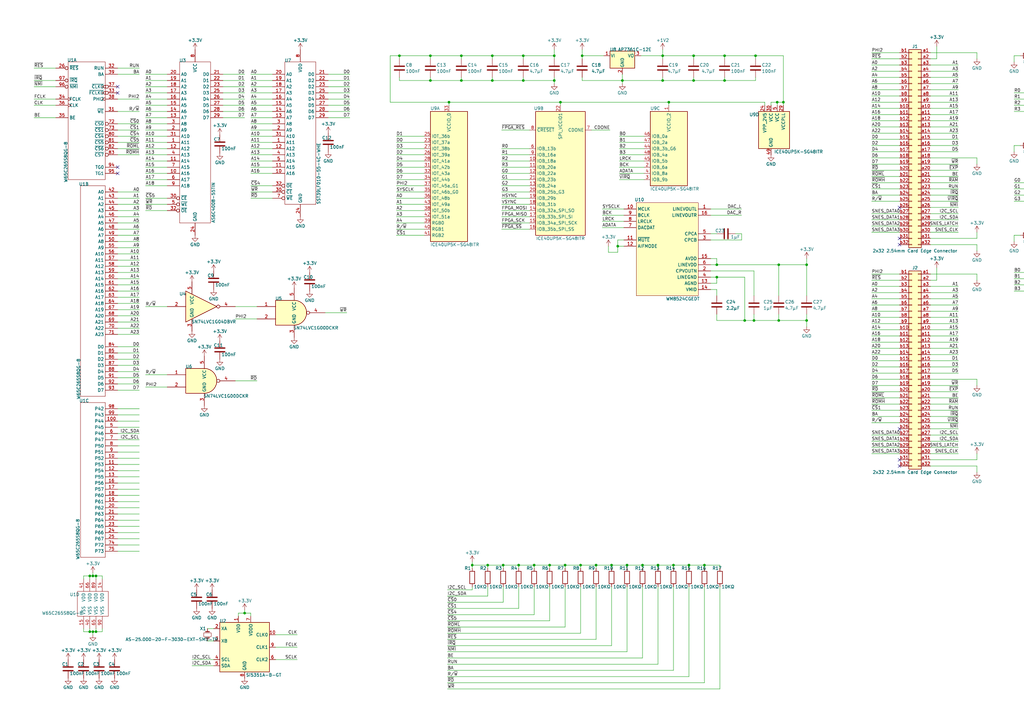
<source format=kicad_sch>
(kicad_sch (version 20230121) (generator eeschema)
  (paper "A3")
  (junction (at 476.885 62.23))
  (junction (at 321.31 41.91))
  (junction (at 297.18 22.86))
  (junction (at 176.53 22.86))
  (junction (at 189.23 22.86))
  (junction (at 39.37 259.08))
  (junction (at 294.005 108.585))
  (junction (at 271.78 22.86))
  (junction (at 457.835 96.52))
  (junction (at 214.63 33.02))
  (junction (at 427.355 96.52))
  (junction (at 330.835 131.445))
  (junction (at 253.365 100.965))
  (junction (at 229.87 41.91))
  (junction (at 437.515 59.69))
  (junction (at 176.53 33.02))
  (junction (at 100.33 251.46))
  (junction (at 214.63 22.86))
  (junction (at 305.435 131.445))
  (junction (at 206.375 231.775))
  (junction (at 193.675 231.775))
  (junction (at 269.875 231.775))
  (junction (at 184.15 41.91))
  (junction (at 244.475 231.775))
  (junction (at 330.835 108.585))
  (junction (at 427.355 59.69))
  (junction (at 163.83 22.86))
  (junction (at 447.675 59.69))
  (junction (at 294.005 113.665))
  (junction (at 201.93 22.86))
  (junction (at 38.1 236.22))
  (junction (at 263.525 231.775))
  (junction (at 276.225 231.775))
  (junction (at 447.675 96.52))
  (junction (at 476.885 72.39))
  (junction (at 227.33 33.02))
  (junction (at 457.835 59.69))
  (junction (at 227.33 22.86))
  (junction (at 219.075 231.775))
  (junction (at 255.27 33.02))
  (junction (at 447.675 22.86))
  (junction (at 39.37 236.22))
  (junction (at 288.925 231.775))
  (junction (at 201.93 33.02))
  (junction (at 257.175 231.775))
  (junction (at 437.515 96.52))
  (junction (at 189.23 33.02))
  (junction (at 319.405 108.585))
  (junction (at 476.885 74.93))
  (junction (at 36.83 259.08))
  (junction (at 476.885 57.15))
  (junction (at 487.045 83.82))
  (junction (at 36.83 236.22))
  (junction (at 319.405 131.445))
  (junction (at 284.48 22.86))
  (junction (at 297.18 33.02))
  (junction (at 212.725 231.775))
  (junction (at 238.76 22.86))
  (junction (at 437.515 22.86))
  (junction (at 309.245 131.445))
  (junction (at 318.77 41.91))
  (junction (at 457.835 22.86))
  (junction (at 271.78 33.02))
  (junction (at 284.48 33.02))
  (junction (at 238.125 231.775))
  (junction (at 309.88 22.86))
  (junction (at 250.825 231.775))
  (junction (at 200.025 231.775))
  (junction (at 282.575 231.775))
  (junction (at 225.425 231.775))
  (junction (at 274.32 41.91))
  (junction (at 231.775 231.775))
  (junction (at 38.1 259.08))
  (junction (at 427.355 22.86))
  (no_connect (at 368.935 85.09))
  (no_connect (at 479.425 69.85))
  (no_connect (at 368.935 100.33))
  (no_connect (at 368.935 188.595))
  (no_connect (at 48.26 71.12))
  (no_connect (at 494.665 54.61))
  (no_connect (at 479.425 67.31))
  (no_connect (at 368.935 175.895))
  (no_connect (at 368.935 97.79))
  (no_connect (at 494.665 59.69))
  (no_connect (at 48.26 35.56))
  (no_connect (at 48.26 38.1))
  (no_connect (at 368.935 191.135))
  (no_connect (at 494.665 74.93))
  (no_connect (at 48.26 68.58))
  (wire (pts (xy 176.53 22.86) (xy 189.23 22.86)))
  (wire (pts (xy 68.58 58.42) (xy 59.69 58.42)))
  (wire (pts (xy 400.685 155.575) (xy 400.685 158.115)))
  (wire (pts (xy 400.685 112.395) (xy 400.685 114.935)))
  (wire (pts (xy 183.515 262.255) (xy 244.475 262.255)))
  (wire (pts (xy 426.085 22.86) (xy 427.355 22.86)))
  (wire (pts (xy 48.26 167.64) (xy 57.15 167.64)))
  (wire (pts (xy 304.165 95.885) (xy 304.165 98.425)))
  (wire (pts (xy 437.515 59.69) (xy 438.785 59.69)))
  (wire (pts (xy 446.405 96.52) (xy 447.675 96.52)))
  (wire (pts (xy 357.505 165.735) (xy 368.935 165.735)))
  (wire (pts (xy 447.675 109.22) (xy 447.675 116.84)))
  (wire (pts (xy 291.465 88.265) (xy 304.165 88.265)))
  (wire (pts (xy 48.26 114.3) (xy 57.15 114.3)))
  (wire (pts (xy 297.18 22.86) (xy 297.18 24.13)))
  (wire (pts (xy 357.505 173.355) (xy 368.935 173.355)))
  (wire (pts (xy 437.515 22.86) (xy 437.515 27.94)))
  (wire (pts (xy 381.635 80.01) (xy 393.065 80.01)))
  (wire (pts (xy 68.58 158.75) (xy 59.69 158.75)))
  (wire (pts (xy 457.835 22.86) (xy 457.835 27.94)))
  (wire (pts (xy 219.075 231.775) (xy 225.425 231.775)))
  (wire (pts (xy 381.635 52.07) (xy 393.065 52.07)))
  (wire (pts (xy 48.26 187.96) (xy 57.15 187.96)))
  (wire (pts (xy 415.925 119.38) (xy 457.835 119.38)))
  (wire (pts (xy 242.57 53.34) (xy 250.19 53.34)))
  (wire (pts (xy 205.74 68.58) (xy 217.17 68.58)))
  (wire (pts (xy 227.33 33.02) (xy 227.33 34.29)))
  (wire (pts (xy 357.505 87.63) (xy 368.935 87.63)))
  (wire (pts (xy 111.76 66.04) (xy 102.87 66.04)))
  (wire (pts (xy 282.575 240.665) (xy 282.575 277.495)))
  (wire (pts (xy 68.58 33.02) (xy 59.69 33.02)))
  (wire (pts (xy 393.065 168.275) (xy 381.635 168.275)))
  (wire (pts (xy 381.635 114.935) (xy 384.175 114.935)))
  (wire (pts (xy 457.835 83.82) (xy 457.835 86.36)))
  (wire (pts (xy 294.005 131.445) (xy 305.435 131.445)))
  (wire (pts (xy 162.56 93.98) (xy 173.99 93.98)))
  (wire (pts (xy 201.93 33.02) (xy 214.63 33.02)))
  (wire (pts (xy 91.44 35.56) (xy 100.33 35.56)))
  (wire (pts (xy 368.935 67.31) (xy 357.505 67.31)))
  (wire (pts (xy 321.31 41.91) (xy 321.31 43.18)))
  (wire (pts (xy 357.505 39.37) (xy 368.935 39.37)))
  (wire (pts (xy 381.635 95.25) (xy 393.065 95.25)))
  (wire (pts (xy 38.1 234.95) (xy 38.1 236.22)))
  (wire (pts (xy 381.635 188.595) (xy 400.685 188.595)))
  (wire (pts (xy 189.23 31.75) (xy 189.23 33.02)))
  (wire (pts (xy 68.58 48.26) (xy 59.69 48.26)))
  (wire (pts (xy 162.56 86.36) (xy 173.99 86.36)))
  (wire (pts (xy 291.465 106.045) (xy 294.005 106.045)))
  (wire (pts (xy 134.62 33.02) (xy 143.51 33.02)))
  (wire (pts (xy 415.925 74.93) (xy 427.355 74.93)))
  (wire (pts (xy 183.515 241.935) (xy 193.675 241.935)))
  (wire (pts (xy 309.245 128.905) (xy 309.245 131.445)))
  (wire (pts (xy 295.275 231.775) (xy 295.275 233.045)))
  (wire (pts (xy 456.565 59.69) (xy 457.835 59.69)))
  (wire (pts (xy 357.505 64.77) (xy 368.935 64.77)))
  (wire (pts (xy 415.925 77.47) (xy 437.515 77.47)))
  (wire (pts (xy 162.56 78.74) (xy 173.99 78.74)))
  (wire (pts (xy 244.475 231.775) (xy 244.475 233.045)))
  (wire (pts (xy 357.505 178.435) (xy 368.935 178.435)))
  (wire (pts (xy 48.26 83.82) (xy 57.15 83.82)))
  (wire (pts (xy 427.355 72.39) (xy 427.355 74.93)))
  (wire (pts (xy 48.26 149.86) (xy 57.15 149.86)))
  (wire (pts (xy 184.15 41.91) (xy 184.15 43.18)))
  (wire (pts (xy 357.505 160.655) (xy 368.935 160.655)))
  (wire (pts (xy 39.37 257.81) (xy 39.37 259.08)))
  (wire (pts (xy 205.74 53.34) (xy 217.17 53.34)))
  (wire (pts (xy 162.56 83.82) (xy 173.99 83.82)))
  (wire (pts (xy 476.885 52.07) (xy 476.885 57.15)))
  (wire (pts (xy 68.58 68.58) (xy 59.69 68.58)))
  (wire (pts (xy 457.835 11.43) (xy 457.835 12.7)))
  (wire (pts (xy 111.76 30.48) (xy 102.87 30.48)))
  (wire (pts (xy 447.675 35.56) (xy 447.675 43.18)))
  (wire (pts (xy 291.465 95.885) (xy 294.005 95.885)))
  (wire (pts (xy 330.835 128.905) (xy 330.835 131.445)))
  (wire (pts (xy 456.565 96.52) (xy 457.835 96.52)))
  (wire (pts (xy 393.065 175.895) (xy 381.635 175.895)))
  (wire (pts (xy 368.935 49.53) (xy 357.505 49.53)))
  (wire (pts (xy 381.635 178.435) (xy 393.065 178.435)))
  (wire (pts (xy 427.355 59.69) (xy 428.625 59.69)))
  (wire (pts (xy 381.635 173.355) (xy 393.065 173.355)))
  (wire (pts (xy 447.675 22.86) (xy 447.675 27.94)))
  (wire (pts (xy 68.58 55.88) (xy 59.69 55.88)))
  (wire (pts (xy 381.635 165.735) (xy 393.065 165.735)))
  (wire (pts (xy 381.635 150.495) (xy 393.065 150.495)))
  (wire (pts (xy 357.505 112.395) (xy 368.935 112.395)))
  (wire (pts (xy 48.26 215.9) (xy 57.15 215.9)))
  (wire (pts (xy 381.635 100.33) (xy 400.685 100.33)))
  (wire (pts (xy 162.56 68.58) (xy 173.99 68.58)))
  (wire (pts (xy 393.065 77.47) (xy 381.635 77.47)))
  (wire (pts (xy 381.635 132.715) (xy 393.065 132.715)))
  (wire (pts (xy 357.505 90.17) (xy 368.935 90.17)))
  (wire (pts (xy 437.515 22.86) (xy 438.785 22.86)))
  (wire (pts (xy 357.505 74.93) (xy 368.935 74.93)))
  (wire (pts (xy 368.935 150.495) (xy 357.505 150.495)))
  (wire (pts (xy 68.58 50.8) (xy 59.69 50.8)))
  (wire (pts (xy 381.635 122.555) (xy 393.065 122.555)))
  (wire (pts (xy 48.26 78.74) (xy 57.15 78.74)))
  (wire (pts (xy 134.62 35.56) (xy 143.51 35.56)))
  (wire (pts (xy 176.53 33.02) (xy 189.23 33.02)))
  (wire (pts (xy 238.76 22.86) (xy 238.76 24.13)))
  (wire (pts (xy 183.515 282.575) (xy 295.275 282.575)))
  (wire (pts (xy 381.635 41.91) (xy 393.065 41.91)))
  (wire (pts (xy 447.675 59.69) (xy 447.675 64.77)))
  (wire (pts (xy 487.045 83.82) (xy 487.045 82.55)))
  (wire (pts (xy 200.025 240.665) (xy 200.025 244.475)))
  (wire (pts (xy 41.91 236.22) (xy 41.91 237.49)))
  (wire (pts (xy 121.92 270.51) (xy 113.03 270.51)))
  (wire (pts (xy 437.515 96.52) (xy 438.785 96.52)))
  (wire (pts (xy 357.505 142.875) (xy 368.935 142.875)))
  (wire (pts (xy 48.26 116.84) (xy 57.15 116.84)))
  (wire (pts (xy 466.725 64.77) (xy 466.725 96.52)))
  (wire (pts (xy 309.245 131.445) (xy 319.405 131.445)))
  (wire (pts (xy 183.515 280.035) (xy 288.925 280.035)))
  (wire (pts (xy 357.505 186.055) (xy 368.935 186.055)))
  (wire (pts (xy 294.005 128.905) (xy 294.005 131.445)))
  (wire (pts (xy 357.505 122.555) (xy 368.935 122.555)))
  (wire (pts (xy 111.76 55.88) (xy 102.87 55.88)))
  (wire (pts (xy 368.935 59.69) (xy 357.505 59.69)))
  (wire (pts (xy 415.925 111.76) (xy 427.355 111.76)))
  (wire (pts (xy 451.485 11.43) (xy 451.485 12.7)))
  (wire (pts (xy 48.26 226.06) (xy 57.15 226.06)))
  (wire (pts (xy 85.09 257.81) (xy 87.63 257.81)))
  (wire (pts (xy 205.74 83.82) (xy 217.17 83.82)))
  (wire (pts (xy 319.405 131.445) (xy 330.835 131.445)))
  (wire (pts (xy 244.475 231.775) (xy 250.825 231.775)))
  (wire (pts (xy 476.885 72.39) (xy 479.425 72.39)))
  (wire (pts (xy 284.48 22.86) (xy 284.48 24.13)))
  (wire (pts (xy 34.29 257.81) (xy 34.29 259.08)))
  (wire (pts (xy 183.515 264.795) (xy 250.825 264.795)))
  (wire (pts (xy 134.62 43.18) (xy 143.51 43.18)))
  (wire (pts (xy 381.635 29.21) (xy 393.065 29.21)))
  (wire (pts (xy 291.465 118.745) (xy 294.005 118.745)))
  (wire (pts (xy 282.575 231.775) (xy 288.925 231.775)))
  (wire (pts (xy 357.505 155.575) (xy 368.935 155.575)))
  (wire (pts (xy 357.505 135.255) (xy 368.935 135.255)))
  (wire (pts (xy 13.97 27.94) (xy 22.86 27.94)))
  (wire (pts (xy 381.635 39.37) (xy 393.065 39.37)))
  (wire (pts (xy 212.725 231.775) (xy 219.075 231.775)))
  (wire (pts (xy 183.515 269.875) (xy 263.525 269.875)))
  (wire (pts (xy 48.26 170.18) (xy 57.15 170.18)))
  (wire (pts (xy 357.505 36.83) (xy 368.935 36.83)))
  (wire (pts (xy 381.635 46.99) (xy 393.065 46.99)))
  (wire (pts (xy 381.635 120.015) (xy 393.065 120.015)))
  (wire (pts (xy 105.41 130.81) (xy 96.52 130.81)))
  (wire (pts (xy 111.76 48.26) (xy 102.87 48.26)))
  (wire (pts (xy 214.63 22.86) (xy 227.33 22.86)))
  (wire (pts (xy 183.515 259.715) (xy 238.125 259.715)))
  (wire (pts (xy 291.465 108.585) (xy 294.005 108.585)))
  (wire (pts (xy 48.26 223.52) (xy 57.15 223.52)))
  (wire (pts (xy 357.505 52.07) (xy 368.935 52.07)))
  (wire (pts (xy 254 66.04) (xy 264.16 66.04)))
  (wire (pts (xy 48.26 208.28) (xy 57.15 208.28)))
  (wire (pts (xy 357.505 127.635) (xy 368.935 127.635)))
  (wire (pts (xy 238.76 31.75) (xy 238.76 33.02)))
  (wire (pts (xy 357.505 125.095) (xy 368.935 125.095)))
  (wire (pts (xy 357.505 77.47) (xy 368.935 77.47)))
  (wire (pts (xy 381.635 180.975) (xy 393.065 180.975)))
  (wire (pts (xy 205.74 81.28) (xy 217.17 81.28)))
  (wire (pts (xy 305.435 113.665) (xy 305.435 131.445)))
  (wire (pts (xy 393.065 85.09) (xy 381.635 85.09)))
  (wire (pts (xy 48.26 40.64) (xy 57.15 40.64)))
  (wire (pts (xy 91.44 40.64) (xy 100.33 40.64)))
  (wire (pts (xy 160.02 22.86) (xy 163.83 22.86)))
  (wire (pts (xy 205.74 66.04) (xy 217.17 66.04)))
  (wire (pts (xy 205.74 73.66) (xy 217.17 73.66)))
  (wire (pts (xy 111.76 35.56) (xy 102.87 35.56)))
  (wire (pts (xy 487.045 85.09) (xy 487.045 83.82)))
  (wire (pts (xy 193.675 231.775) (xy 193.675 233.045)))
  (wire (pts (xy 415.925 82.55) (xy 457.835 82.55)))
  (wire (pts (xy 381.635 57.15) (xy 393.065 57.15)))
  (wire (pts (xy 257.175 240.665) (xy 257.175 267.335)))
  (wire (pts (xy 357.505 41.91) (xy 368.935 41.91)))
  (wire (pts (xy 357.505 183.515) (xy 368.935 183.515)))
  (wire (pts (xy 309.245 111.125) (xy 309.245 121.285)))
  (wire (pts (xy 68.58 60.96) (xy 59.69 60.96)))
  (wire (pts (xy 437.515 96.52) (xy 437.515 101.6)))
  (wire (pts (xy 447.675 59.69) (xy 448.945 59.69)))
  (wire (pts (xy 427.355 59.69) (xy 427.355 64.77)))
  (wire (pts (xy 48.26 53.34) (xy 57.15 53.34)))
  (wire (pts (xy 357.505 168.275) (xy 368.935 168.275)))
  (wire (pts (xy 48.26 193.04) (xy 57.15 193.04)))
  (wire (pts (xy 357.505 26.67) (xy 368.935 26.67)))
  (wire (pts (xy 368.935 62.23) (xy 357.505 62.23)))
  (wire (pts (xy 162.56 63.5) (xy 173.99 63.5)))
  (wire (pts (xy 426.085 96.52) (xy 427.355 96.52)))
  (wire (pts (xy 357.505 163.195) (xy 368.935 163.195)))
  (wire (pts (xy 193.675 231.775) (xy 200.025 231.775)))
  (wire (pts (xy 295.275 240.665) (xy 295.275 282.575)))
  (wire (pts (xy 176.53 31.75) (xy 176.53 33.02)))
  (wire (pts (xy 68.58 45.72) (xy 59.69 45.72)))
  (wire (pts (xy 451.485 46.99) (xy 457.835 46.99)))
  (wire (pts (xy 457.835 20.32) (xy 457.835 22.86)))
  (wire (pts (xy 276.225 231.775) (xy 276.225 233.045)))
  (wire (pts (xy 400.685 191.135) (xy 400.685 193.675)))
  (wire (pts (xy 96.52 125.73) (xy 105.41 125.73)))
  (wire (pts (xy 13.97 33.02) (xy 22.86 33.02)))
  (wire (pts (xy 276.225 240.665) (xy 276.225 274.955)))
  (wire (pts (xy 48.26 134.62) (xy 57.15 134.62)))
  (wire (pts (xy 381.635 69.85) (xy 393.065 69.85)))
  (wire (pts (xy 427.355 22.86) (xy 427.355 27.94)))
  (wire (pts (xy 384.175 19.05) (xy 384.175 24.13)))
  (wire (pts (xy 162.56 60.96) (xy 173.99 60.96)))
  (wire (pts (xy 238.76 22.86) (xy 247.65 22.86)))
  (wire (pts (xy 183.515 274.955) (xy 276.225 274.955)))
  (wire (pts (xy 254 63.5) (xy 264.16 63.5)))
  (wire (pts (xy 415.925 43.18) (xy 447.675 43.18)))
  (wire (pts (xy 466.725 22.86) (xy 466.725 54.61)))
  (wire (pts (xy 48.26 144.78) (xy 57.15 144.78)))
  (wire (pts (xy 415.925 96.52) (xy 418.465 96.52)))
  (wire (pts (xy 288.925 240.665) (xy 288.925 280.035)))
  (wire (pts (xy 466.725 64.77) (xy 479.425 64.77)))
  (wire (pts (xy 284.48 33.02) (xy 271.78 33.02)))
  (wire (pts (xy 381.635 130.175) (xy 393.065 130.175)))
  (wire (pts (xy 291.465 116.205) (xy 294.005 116.205)))
  (wire (pts (xy 13.97 40.64) (xy 22.86 40.64)))
  (wire (pts (xy 48.26 177.8) (xy 57.15 177.8)))
  (wire (pts (xy 68.58 38.1) (xy 59.69 38.1)))
  (wire (pts (xy 457.835 96.52) (xy 457.835 101.6)))
  (wire (pts (xy 162.56 71.12) (xy 173.99 71.12)))
  (wire (pts (xy 255.27 33.02) (xy 255.27 34.29)))
  (wire (pts (xy 254 55.88) (xy 264.16 55.88)))
  (wire (pts (xy 91.44 45.72) (xy 100.33 45.72)))
  (wire (pts (xy 201.93 31.75) (xy 201.93 33.02)))
  (wire (pts (xy 91.44 30.48) (xy 100.33 30.48)))
  (wire (pts (xy 400.685 186.055) (xy 400.685 188.595)))
  (wire (pts (xy 162.56 96.52) (xy 173.99 96.52)))
  (wire (pts (xy 48.26 121.92) (xy 57.15 121.92)))
  (wire (pts (xy 415.925 40.64) (xy 437.515 40.64)))
  (wire (pts (xy 48.26 160.02) (xy 57.15 160.02)))
  (wire (pts (xy 183.515 254.635) (xy 225.425 254.635)))
  (wire (pts (xy 231.775 231.775) (xy 238.125 231.775)))
  (wire (pts (xy 381.635 170.815) (xy 393.065 170.815)))
  (wire (pts (xy 219.075 240.665) (xy 219.075 252.095)))
  (wire (pts (xy 297.18 33.02) (xy 284.48 33.02)))
  (wire (pts (xy 111.76 71.12) (xy 102.87 71.12)))
  (wire (pts (xy 294.005 118.745) (xy 294.005 121.285)))
  (wire (pts (xy 368.935 158.115) (xy 357.505 158.115)))
  (wire (pts (xy 357.505 80.01) (xy 368.935 80.01)))
  (wire (pts (xy 456.565 22.86) (xy 457.835 22.86)))
  (wire (pts (xy 48.26 154.94) (xy 57.15 154.94)))
  (wire (pts (xy 381.635 82.55) (xy 393.065 82.55)))
  (wire (pts (xy 48.26 101.6) (xy 57.15 101.6)))
  (wire (pts (xy 269.875 231.775) (xy 276.225 231.775)))
  (wire (pts (xy 309.88 22.86) (xy 321.31 22.86)))
  (wire (pts (xy 415.925 116.84) (xy 447.675 116.84)))
  (wire (pts (xy 133.35 128.27) (xy 142.24 128.27)))
  (wire (pts (xy 91.44 43.18) (xy 100.33 43.18)))
  (wire (pts (xy 91.44 38.1) (xy 100.33 38.1)))
  (wire (pts (xy 68.58 66.04) (xy 59.69 66.04)))
  (wire (pts (xy 253.365 98.425) (xy 255.905 98.425)))
  (wire (pts (xy 111.76 68.58) (xy 102.87 68.58)))
  (wire (pts (xy 271.78 31.75) (xy 271.78 33.02)))
  (wire (pts (xy 381.635 90.17) (xy 393.065 90.17)))
  (wire (pts (xy 41.91 257.81) (xy 41.91 259.08)))
  (wire (pts (xy 476.885 62.23) (xy 479.425 62.23)))
  (wire (pts (xy 34.29 236.22) (xy 36.83 236.22)))
  (wire (pts (xy 282.575 231.775) (xy 282.575 233.045)))
  (wire (pts (xy 48.26 132.08) (xy 57.15 132.08)))
  (wire (pts (xy 269.875 240.665) (xy 269.875 272.415)))
  (wire (pts (xy 176.53 22.86) (xy 176.53 24.13)))
  (wire (pts (xy 205.74 86.36) (xy 217.17 86.36)))
  (wire (pts (xy 247.015 90.805) (xy 255.905 90.805)))
  (wire (pts (xy 294.005 113.665) (xy 305.435 113.665)))
  (wire (pts (xy 183.515 257.175) (xy 231.775 257.175)))
  (wire (pts (xy 48.26 203.2) (xy 57.15 203.2)))
  (wire (pts (xy 294.005 113.665) (xy 294.005 116.205)))
  (wire (pts (xy 38.1 236.22) (xy 39.37 236.22)))
  (wire (pts (xy 121.92 260.35) (xy 113.03 260.35)))
  (wire (pts (xy 48.26 99.06) (xy 57.15 99.06)))
  (wire (pts (xy 381.635 127.635) (xy 393.065 127.635)))
  (wire (pts (xy 78.74 270.51) (xy 87.63 270.51)))
  (wire (pts (xy 38.1 259.08) (xy 38.1 260.35)))
  (wire (pts (xy 206.375 240.665) (xy 206.375 247.015)))
  (wire (pts (xy 381.635 64.77) (xy 400.685 64.77)))
  (wire (pts (xy 48.26 220.98) (xy 57.15 220.98)))
  (wire (pts (xy 357.505 31.75) (xy 368.935 31.75)))
  (wire (pts (xy 476.885 57.15) (xy 479.425 57.15)))
  (wire (pts (xy 316.23 41.91) (xy 318.77 41.91)))
  (wire (pts (xy 48.26 147.32) (xy 57.15 147.32)))
  (wire (pts (xy 189.23 22.86) (xy 201.93 22.86)))
  (wire (pts (xy 457.835 96.52) (xy 466.725 96.52)))
  (wire (pts (xy 229.87 41.91) (xy 229.87 43.18)))
  (wire (pts (xy 357.505 44.45) (xy 368.935 44.45)))
  (wire (pts (xy 393.065 158.115) (xy 381.635 158.115)))
  (wire (pts (xy 247.015 85.725) (xy 255.905 85.725)))
  (wire (pts (xy 415.925 59.69) (xy 415.925 62.23)))
  (wire (pts (xy 494.665 69.85) (xy 511.175 69.85)))
  (wire (pts (xy 368.935 137.795) (xy 357.505 137.795)))
  (wire (pts (xy 68.58 86.36) (xy 59.69 86.36)))
  (wire (pts (xy 457.835 22.86) (xy 466.725 22.86)))
  (wire (pts (xy 291.465 111.125) (xy 309.245 111.125)))
  (wire (pts (xy 48.26 127) (xy 57.15 127)))
  (wire (pts (xy 227.33 31.75) (xy 227.33 33.02)))
  (wire (pts (xy 48.26 81.28) (xy 57.15 81.28)))
  (wire (pts (xy 257.175 231.775) (xy 257.175 233.045)))
  (wire (pts (xy 294.005 106.045) (xy 294.005 108.585)))
  (wire (pts (xy 254 58.42) (xy 264.16 58.42)))
  (wire (pts (xy 253.365 100.965) (xy 255.905 100.965)))
  (wire (pts (xy 381.635 186.055) (xy 393.065 186.055)))
  (wire (pts (xy 381.635 74.93) (xy 393.065 74.93)))
  (wire (pts (xy 357.505 21.59) (xy 368.935 21.59)))
  (wire (pts (xy 437.515 35.56) (xy 437.515 40.64)))
  (wire (pts (xy 400.685 64.77) (xy 400.685 67.31)))
  (wire (pts (xy 48.26 205.74) (xy 57.15 205.74)))
  (wire (pts (xy 297.18 31.75) (xy 297.18 33.02)))
  (wire (pts (xy 134.62 30.48) (xy 143.51 30.48)))
  (wire (pts (xy 163.83 33.02) (xy 176.53 33.02)))
  (wire (pts (xy 321.31 22.86) (xy 321.31 41.91)))
  (wire (pts (xy 48.26 210.82) (xy 57.15 210.82)))
  (wire (pts (xy 238.125 231.775) (xy 244.475 231.775)))
  (wire (pts (xy 183.515 252.095) (xy 219.075 252.095)))
  (wire (pts (xy 13.97 43.18) (xy 22.86 43.18)))
  (wire (pts (xy 48.26 175.26) (xy 57.15 175.26)))
  (wire (pts (xy 231.775 240.665) (xy 231.775 257.175)))
  (wire (pts (xy 476.885 83.82) (xy 487.045 83.82)))
  (wire (pts (xy 271.78 22.86) (xy 271.78 24.13)))
  (wire (pts (xy 381.635 21.59) (xy 400.685 21.59)))
  (wire (pts (xy 162.56 88.9) (xy 173.99 88.9)))
  (wire (pts (xy 100.33 251.46) (xy 102.87 251.46)))
  (wire (pts (xy 111.76 38.1) (xy 102.87 38.1)))
  (wire (pts (xy 48.26 180.34) (xy 57.15 180.34)))
  (wire (pts (xy 357.505 180.975) (xy 368.935 180.975)))
  (wire (pts (xy 381.635 62.23) (xy 393.065 62.23)))
  (wire (pts (xy 381.635 31.75) (xy 393.065 31.75)))
  (wire (pts (xy 212.725 240.665) (xy 212.725 249.555)))
  (wire (pts (xy 319.405 108.585) (xy 330.835 108.585)))
  (wire (pts (xy 111.76 58.42) (xy 102.87 58.42)))
  (wire (pts (xy 305.435 131.445) (xy 309.245 131.445)))
  (wire (pts (xy 476.885 52.07) (xy 479.425 52.07)))
  (wire (pts (xy 48.26 30.48) (xy 57.15 30.48)))
  (wire (pts (xy 214.63 33.02) (xy 227.33 33.02)))
  (wire (pts (xy 309.88 31.75) (xy 309.88 33.02)))
  (wire (pts (xy 212.725 231.775) (xy 212.725 233.045)))
  (wire (pts (xy 183.515 272.415) (xy 269.875 272.415)))
  (wire (pts (xy 257.175 231.775) (xy 263.525 231.775)))
  (wire (pts (xy 214.63 31.75) (xy 214.63 33.02)))
  (wire (pts (xy 111.76 53.34) (xy 102.87 53.34)))
  (wire (pts (xy 91.44 33.02) (xy 100.33 33.02)))
  (wire (pts (xy 381.635 36.83) (xy 393.065 36.83)))
  (wire (pts (xy 48.26 58.42) (xy 57.15 58.42)))
  (wire (pts (xy 400.685 21.59) (xy 400.685 24.13)))
  (wire (pts (xy 381.635 137.795) (xy 393.065 137.795)))
  (wire (pts (xy 111.76 33.02) (xy 102.87 33.02)))
  (wire (pts (xy 381.635 49.53) (xy 393.065 49.53)))
  (wire (pts (xy 451.485 11.43) (xy 457.835 11.43)))
  (wire (pts (xy 415.925 59.69) (xy 418.465 59.69)))
  (wire (pts (xy 162.56 73.66) (xy 173.99 73.66)))
  (wire (pts (xy 102.87 251.46) (xy 102.87 252.73)))
  (wire (pts (xy 476.885 72.39) (xy 476.885 74.93)))
  (wire (pts (xy 111.76 76.2) (xy 102.87 76.2)))
  (wire (pts (xy 48.26 172.72) (xy 57.15 172.72)))
  (wire (pts (xy 238.76 33.02) (xy 255.27 33.02)))
  (wire (pts (xy 68.58 30.48) (xy 59.69 30.48)))
  (wire (pts (xy 36.83 236.22) (xy 36.83 237.49)))
  (wire (pts (xy 38.1 259.08) (xy 39.37 259.08)))
  (wire (pts (xy 381.635 34.29) (xy 393.065 34.29)))
  (wire (pts (xy 48.26 200.66) (xy 57.15 200.66)))
  (wire (pts (xy 111.76 81.28) (xy 102.87 81.28)))
  (wire (pts (xy 476.885 74.93) (xy 476.885 83.82)))
  (wire (pts (xy 436.245 59.69) (xy 437.515 59.69)))
  (wire (pts (xy 381.635 160.655) (xy 393.065 160.655)))
  (wire (pts (xy 330.835 106.045) (xy 330.835 108.585)))
  (wire (pts (xy 436.245 96.52) (xy 437.515 96.52)))
  (wire (pts (xy 291.465 113.665) (xy 294.005 113.665)))
  (wire (pts (xy 263.525 231.775) (xy 263.525 233.045)))
  (wire (pts (xy 48.26 137.16) (xy 57.15 137.16)))
  (wire (pts (xy 227.33 20.32) (xy 227.33 22.86)))
  (wire (pts (xy 36.83 236.22) (xy 38.1 236.22)))
  (wire (pts (xy 274.32 41.91) (xy 274.32 43.18)))
  (wire (pts (xy 384.175 109.855) (xy 384.175 114.935)))
  (wire (pts (xy 250.825 231.775) (xy 250.825 233.045)))
  (wire (pts (xy 48.26 129.54) (xy 57.15 129.54)))
  (wire (pts (xy 381.635 97.79) (xy 400.685 97.79)))
  (wire (pts (xy 427.355 96.52) (xy 427.355 101.6)))
  (wire (pts (xy 357.505 170.815) (xy 368.935 170.815)))
  (wire (pts (xy 466.725 54.61) (xy 479.425 54.61)))
  (wire (pts (xy 381.635 145.415) (xy 393.065 145.415)))
  (wire (pts (xy 48.26 91.44) (xy 57.15 91.44)))
  (wire (pts (xy 48.26 93.98) (xy 57.15 93.98)))
  (wire (pts (xy 250.825 240.665) (xy 250.825 264.795)))
  (wire (pts (xy 318.77 41.91) (xy 318.77 43.18)))
  (wire (pts (xy 162.56 81.28) (xy 173.99 81.28)))
  (wire (pts (xy 381.635 147.955) (xy 393.065 147.955)))
  (wire (pts (xy 219.075 231.775) (xy 219.075 233.045)))
  (wire (pts (xy 436.245 22.86) (xy 437.515 22.86)))
  (wire (pts (xy 238.76 20.32) (xy 238.76 22.86)))
  (wire (pts (xy 225.425 240.665) (xy 225.425 254.635)))
  (wire (pts (xy 111.76 78.74) (xy 102.87 78.74)))
  (wire (pts (xy 255.27 33.02) (xy 271.78 33.02)))
  (wire (pts (xy 206.375 231.775) (xy 212.725 231.775)))
  (wire (pts (xy 357.505 117.475) (xy 368.935 117.475)))
  (wire (pts (xy 205.74 76.2) (xy 217.17 76.2)))
  (wire (pts (xy 318.77 41.91) (xy 321.31 41.91)))
  (wire (pts (xy 309.88 22.86) (xy 309.88 24.13)))
  (wire (pts (xy 319.405 128.905) (xy 319.405 131.445)))
  (wire (pts (xy 160.02 41.91) (xy 184.15 41.91)))
  (wire (pts (xy 476.885 57.15) (xy 476.885 62.23)))
  (wire (pts (xy 291.465 98.425) (xy 304.165 98.425)))
  (wire (pts (xy 205.74 60.96) (xy 217.17 60.96)))
  (wire (pts (xy 68.58 71.12) (xy 59.69 71.12)))
  (wire (pts (xy 244.475 240.665) (xy 244.475 262.255)))
  (wire (pts (xy 368.935 147.955) (xy 357.505 147.955)))
  (wire (pts (xy 457.835 59.69) (xy 479.425 59.69)))
  (wire (pts (xy 183.515 244.475) (xy 200.025 244.475)))
  (wire (pts (xy 291.465 85.725) (xy 304.165 85.725)))
  (wire (pts (xy 357.505 132.715) (xy 368.935 132.715)))
  (wire (pts (xy 254 71.12) (xy 264.16 71.12)))
  (wire (pts (xy 121.92 265.43) (xy 113.03 265.43)))
  (wire (pts (xy 415.925 80.01) (xy 447.675 80.01)))
  (wire (pts (xy 68.58 40.64) (xy 59.69 40.64)))
  (wire (pts (xy 288.925 231.775) (xy 288.925 233.045)))
  (wire (pts (xy 357.505 82.55) (xy 368.935 82.55)))
  (wire (pts (xy 134.62 40.64) (xy 143.51 40.64)))
  (wire (pts (xy 415.925 22.86) (xy 418.465 22.86)))
  (wire (pts (xy 48.26 142.24) (xy 57.15 142.24)))
  (wire (pts (xy 263.525 231.775) (xy 269.875 231.775)))
  (wire (pts (xy 111.76 50.8) (xy 102.87 50.8)))
  (wire (pts (xy 381.635 112.395) (xy 400.685 112.395)))
  (wire (pts (xy 415.925 38.1) (xy 427.355 38.1)))
  (wire (pts (xy 214.63 22.86) (xy 214.63 24.13)))
  (wire (pts (xy 36.83 257.81) (xy 36.83 259.08)))
  (wire (pts (xy 68.58 63.5) (xy 59.69 63.5)))
  (wire (pts (xy 48.26 106.68) (xy 57.15 106.68)))
  (wire (pts (xy 48.26 60.96) (xy 57.15 60.96)))
  (wire (pts (xy 457.835 72.39) (xy 457.835 82.55)))
  (wire (pts (xy 48.26 50.8) (xy 57.15 50.8)))
  (wire (pts (xy 357.505 34.29) (xy 368.935 34.29)))
  (wire (pts (xy 68.58 81.28) (xy 59.69 81.28)))
  (wire (pts (xy 97.79 251.46) (xy 97.79 252.73)))
  (wire (pts (xy 253.365 100.965) (xy 253.365 103.505)))
  (wire (pts (xy 238.125 231.775) (xy 238.125 233.045)))
  (wire (pts (xy 34.29 236.22) (xy 34.29 237.49)))
  (wire (pts (xy 201.93 22.86) (xy 214.63 22.86)))
  (wire (pts (xy 381.635 135.255) (xy 393.065 135.255)))
  (wire (pts (xy 451.485 83.82) (xy 457.835 83.82)))
  (wire (pts (xy 368.935 46.99) (xy 357.505 46.99)))
  (wire (pts (xy 250.825 231.775) (xy 257.175 231.775)))
  (wire (pts (xy 381.635 117.475) (xy 393.065 117.475)))
  (wire (pts (xy 68.58 53.34) (xy 59.69 53.34)))
  (wire (pts (xy 447.675 96.52) (xy 448.945 96.52)))
  (wire (pts (xy 48.26 195.58) (xy 57.15 195.58)))
  (wire (pts (xy 48.26 96.52) (xy 57.15 96.52)))
  (wire (pts (xy 96.52 156.21) (xy 105.41 156.21)))
  (wire (pts (xy 330.835 131.445) (xy 330.835 133.985)))
  (wire (pts (xy 316.23 41.91) (xy 316.23 43.18)))
  (wire (pts (xy 381.635 87.63) (xy 393.065 87.63)))
  (wire (pts (xy 276.225 231.775) (xy 282.575 231.775)))
  (wire (pts (xy 68.58 153.67) (xy 59.69 153.67)))
  (wire (pts (xy 68.58 43.18) (xy 59.69 43.18)))
  (wire (pts (xy 451.485 83.82) (xy 451.485 86.36)))
  (wire (pts (xy 39.37 236.22) (xy 41.91 236.22)))
  (wire (pts (xy 447.675 22.86) (xy 448.945 22.86)))
  (wire (pts (xy 357.505 95.25) (xy 368.935 95.25)))
  (wire (pts (xy 415.925 22.86) (xy 415.925 25.4)))
  (wire (pts (xy 205.74 88.9) (xy 217.17 88.9)))
  (wire (pts (xy 446.405 59.69) (xy 447.675 59.69)))
  (wire (pts (xy 271.78 22.86) (xy 284.48 22.86)))
  (wire (pts (xy 162.56 66.04) (xy 173.99 66.04)))
  (wire (pts (xy 427.355 96.52) (xy 428.625 96.52)))
  (wire (pts (xy 36.83 259.08) (xy 38.1 259.08)))
  (wire (pts (xy 427.355 35.56) (xy 427.355 38.1)))
  (wire (pts (xy 111.76 60.96) (xy 102.87 60.96)))
  (wire (pts (xy 78.74 273.05) (xy 87.63 273.05)))
  (wire (pts (xy 231.775 231.775) (xy 231.775 233.045)))
  (wire (pts (xy 381.635 183.515) (xy 393.065 183.515)))
  (wire (pts (xy 111.76 45.72) (xy 102.87 45.72)))
  (wire (pts (xy 134.62 45.72) (xy 143.51 45.72)))
  (wire (pts (xy 381.635 26.67) (xy 393.065 26.67)))
  (wire (pts (xy 184.15 41.91) (xy 229.87 41.91)))
  (wire (pts (xy 48.26 152.4) (xy 57.15 152.4)))
  (wire (pts (xy 48.26 111.76) (xy 57.15 111.76)))
  (wire (pts (xy 225.425 231.775) (xy 231.775 231.775)))
  (wire (pts (xy 263.525 240.665) (xy 263.525 269.875)))
  (wire (pts (xy 381.635 140.335) (xy 393.065 140.335)))
  (wire (pts (xy 48.26 55.88) (xy 57.15 55.88)))
  (wire (pts (xy 48.26 109.22) (xy 57.15 109.22)))
  (wire (pts (xy 437.515 72.39) (xy 437.515 77.47)))
  (wire (pts (xy 206.375 231.775) (xy 206.375 233.045)))
  (wire (pts (xy 357.505 72.39) (xy 368.935 72.39)))
  (wire (pts (xy 162.56 76.2) (xy 173.99 76.2)))
  (wire (pts (xy 13.97 35.56) (xy 22.86 35.56)))
  (wire (pts (xy 189.23 22.86) (xy 189.23 24.13)))
  (wire (pts (xy 48.26 157.48) (xy 57.15 157.48)))
  (wire (pts (xy 48.26 124.46) (xy 57.15 124.46)))
  (wire (pts (xy 262.89 22.86) (xy 271.78 22.86)))
  (wire (pts (xy 160.02 22.86) (xy 160.02 41.91)))
  (wire (pts (xy 68.58 35.56) (xy 59.69 35.56)))
  (wire (pts (xy 415.925 96.52) (xy 415.925 99.06)))
  (wire (pts (xy 368.935 140.335) (xy 357.505 140.335)))
  (wire (pts (xy 447.675 96.52) (xy 447.675 101.6)))
  (wire (pts (xy 437.515 59.69) (xy 437.515 64.77)))
  (wire (pts (xy 368.935 153.035) (xy 357.505 153.035)))
  (wire (pts (xy 68.58 73.66) (xy 59.69 73.66)))
  (wire (pts (xy 85.09 262.89) (xy 87.63 262.89)))
  (wire (pts (xy 451.485 46.99) (xy 451.485 49.53)))
  (wire (pts (xy 357.505 145.415) (xy 368.935 145.415)))
  (wire (pts (xy 415.925 114.3) (xy 437.515 114.3)))
  (wire (pts (xy 313.69 41.91) (xy 313.69 43.18)))
  (wire (pts (xy 294.005 108.585) (xy 319.405 108.585)))
  (wire (pts (xy 357.505 54.61) (xy 368.935 54.61)))
  (wire (pts (xy 254 68.58) (xy 264.16 68.58)))
  (wire (pts (xy 39.37 259.08) (xy 41.91 259.08)))
  (wire (pts (xy 205.74 71.12) (xy 217.17 71.12)))
  (wire (pts (xy 288.925 231.775) (xy 295.275 231.775)))
  (wire (pts (xy 357.505 29.21) (xy 368.935 29.21)))
  (wire (pts (xy 274.32 41.91) (xy 313.69 41.91)))
  (wire (pts (xy 255.27 30.48) (xy 255.27 33.02)))
  (wire (pts (xy 111.76 63.5) (xy 102.87 63.5)))
  (wire (pts (xy 91.44 48.26) (xy 100.33 48.26)))
  (wire (pts (xy 476.885 62.23) (xy 476.885 72.39)))
  (wire (pts (xy 427.355 109.22) (xy 427.355 111.76)))
  (wire (pts (xy 254 73.66) (xy 264.16 73.66)))
  (wire (pts (xy 227.33 22.86) (xy 227.33 24.13)))
  (wire (pts (xy 100.33 251.46) (xy 97.79 251.46)))
  (wire (pts (xy 381.635 72.39) (xy 393.065 72.39)))
  (wire (pts (xy 100.33 250.19) (xy 100.33 251.46)))
  (wire (pts (xy 357.505 120.015) (xy 368.935 120.015)))
  (wire (pts (xy 163.83 22.86) (xy 163.83 24.13)))
  (wire (pts (xy 249.555 100.965) (xy 249.555 103.505)))
  (wire (pts (xy 457.835 93.98) (xy 457.835 96.52)))
  (wire (pts (xy 201.93 22.86) (xy 201.93 24.13)))
  (wire (pts (xy 381.635 54.61) (xy 393.065 54.61)))
  (wire (pts (xy 225.425 231.775) (xy 225.425 233.045)))
  (wire (pts (xy 193.675 240.665) (xy 193.675 241.935)))
  (wire (pts (xy 357.505 69.85) (xy 368.935 69.85)))
  (wire (pts (xy 48.26 88.9) (xy 57.15 88.9)))
  (wire (pts (xy 381.635 155.575) (xy 400.685 155.575)))
  (wire (pts (xy 193.675 230.505) (xy 193.675 231.775)))
  (wire (pts (xy 427.355 22.86) (xy 428.625 22.86)))
  (wire (pts (xy 205.74 63.5) (xy 217.17 63.5)))
  (wire (pts (xy 381.635 142.875) (xy 393.065 142.875)))
  (wire (pts (xy 200.025 231.775) (xy 206.375 231.775)))
  (wire (pts (xy 39.37 236.22) (xy 39.37 237.49)))
  (wire (pts (xy 48.26 86.36) (xy 57.15 86.36)))
  (wire (pts (xy 457.835 46.99) (xy 457.835 49.53)))
  (wire (pts (xy 229.87 41.91) (xy 274.32 41.91)))
  (wire (pts (xy 111.76 40.64) (xy 102.87 40.64)))
  (wire (pts (xy 457.835 109.22) (xy 457.835 119.38)))
  (wire (pts (xy 330.835 108.585) (xy 330.835 121.285)))
  (wire (pts (xy 238.125 240.665) (xy 238.125 259.715)))
  (wire (pts (xy 357.505 130.175) (xy 368.935 130.175)))
  (wire (pts (xy 163.83 22.86) (xy 176.53 22.86)))
  (wire (pts (xy 446.405 22.86) (xy 447.675 22.86)))
  (wire (pts (xy 134.62 48.26) (xy 143.51 48.26)))
  (wire (pts (xy 494.665 64.77) (xy 511.175 64.77)))
  (wire (pts (xy 297.18 33.02) (xy 309.88 33.02)))
  (wire (pts (xy 400.685 95.25) (xy 400.685 97.79)))
  (wire (pts (xy 381.635 92.71) (xy 393.065 92.71)))
  (wire (pts (xy 48.26 45.72) (xy 57.15 45.72)))
  (wire (pts (xy 48.26 213.36) (xy 57.15 213.36)))
  (wire (pts (xy 457.835 35.56) (xy 457.835 45.72)))
  (wire (pts (xy 68.58 76.2) (xy 59.69 76.2)))
  (wire (pts (xy 189.23 33.02) (xy 201.93 33.02)))
  (wire (pts (xy 68.58 125.73) (xy 59.69 125.73)))
  (wire (pts (xy 48.26 104.14) (xy 57.15 104.14)))
  (wire (pts (xy 457.835 59.69) (xy 457.835 64.77)))
  (wire (pts (xy 269.875 231.775) (xy 269.875 233.045)))
  (wire (pts (xy 284.48 22.86) (xy 297.18 22.86)))
  (wire (pts (xy 200.025 231.775) (xy 200.025 233.045)))
  (wire (pts (xy 357.505 114.935) (xy 368.935 114.935)))
  (wire (pts (xy 111.76 43.18) (xy 102.87 43.18)))
  (wire (pts (xy 205.74 78.74) (xy 217.17 78.74)))
  (wire (pts (xy 381.635 153.035) (xy 393.065 153.035)))
  (wire (pts (xy 357.505 92.71) (xy 368.935 92.71)))
  (wire (pts (xy 457.835 57.15) (xy 457.835 59.69)))
  (wire (pts (xy 297.18 22.86) (xy 309.88 22.86)))
  (wire (pts (xy 205.74 91.44) (xy 217.17 91.44)))
  (wire (pts (xy 393.065 67.31) (xy 381.635 67.31)))
  (wire (pts (xy 271.78 20.32) (xy 271.78 22.86)))
  (wire (pts (xy 247.015 88.265) (xy 255.905 88.265)))
  (wire (pts (xy 183.515 277.495) (xy 282.575 277.495)))
  (wire (pts (xy 368.935 57.15) (xy 357.505 57.15)))
  (wire (pts (xy 48.26 27.94) (xy 57.15 27.94)))
  (wire (pts (xy 381.635 24.13) (xy 384.175 24.13)))
  (wire (pts (xy 301.625 95.885) (xy 304.165 95.885)))
  (wire (pts (xy 183.515 249.555) (xy 212.725 249.555)))
  (wire (pts (xy 48.26 119.38) (xy 57.15 119.38)))
  (wire (pts (xy 319.405 108.585) (xy 319.405 121.285)))
  (wire (pts (xy 48.26 63.5) (xy 57.15 63.5)))
  (wire (pts (xy 447.675 72.39) (xy 447.675 80.01)))
  (wire (pts (xy 476.885 74.93) (xy 479.425 74.93)))
  (wire (pts (xy 381.635 191.135) (xy 400.685 191.135)))
  (wire (pts (xy 13.97 48.26) (xy 22.86 48.26)))
  (wire (pts (xy 163.83 33.02) (xy 163.83 31.75)))
  (wire (pts (xy 34.29 259.08) (xy 36.83 259.08)))
  (wire (pts (xy 381.635 59.69) (xy 393.065 59.69)))
  (wire (pts (xy 437.515 109.22) (xy 437.515 114.3)))
  (wire (pts (xy 284.48 31.75) (xy 284.48 33.02)))
  (wire (pts (xy 48.26 198.12) (xy 57.15 198.12)))
  (wire (pts (xy 381.635 163.195) (xy 393.065 163.195)))
  (wire (pts (xy 426.085 59.69) (xy 427.355 59.69)))
  (wire (pts (xy 415.925 45.72) (xy 457.835 45.72)))
  (wire (pts (xy 162.56 55.88) (xy 173.99 55.88)))
  (wire (pts (xy 162.56 58.42) (xy 173.99 58.42)))
  (wire (pts (xy 68.58 83.82) (xy 59.69 83.82)))
  (wire (pts (xy 357.505 24.13) (xy 368.935 24.13)))
  (wire (pts (xy 254 60.96) (xy 264.16 60.96)))
  (wire (pts (xy 247.015 93.345) (xy 255.905 93.345)))
  (wire (pts (xy 253.365 98.425) (xy 253.365 100.965)))
  (wire (pts (xy 48.26 185.42) (xy 57.15 185.42)))
  (wire (pts (xy 48.26 190.5) (xy 57.15 190.5)))
  (wire (pts (xy 249.555 103.505) (xy 253.365 103.505)))
  (wire (pts (xy 381.635 125.095) (xy 393.065 125.095)))
  (wire (pts (xy 183.515 247.015) (xy 206.375 247.015)))
  (wire (pts (xy 400.685 100.33) (xy 400.685 102.87)))
  (wire (pts (xy 48.26 218.44) (xy 57.15 218.44)))
  (wire (pts (xy 183.515 267.335) (xy 257.175 267.335)))
  (wire (pts (xy 162.56 91.44) (xy 173.99 91.44)))
  (wire (pts (xy 205.74 93.98) (xy 217.17 93.98)))
  (wire (pts (xy 134.62 38.1) (xy 143.51 38.1)))
  (wire (pts (xy 48.26 182.88) (xy 57.15 182.88)))
  (wire (pts (xy 381.635 44.45) (xy 393.065 44.45)))
  (label "~{IRQ}" (at 13.97 33.02 0))
  (label "A17" (at 393.065 137.795 180))
  (label "A11" (at 59.69 58.42 0))
  (label "D1" (at 100.33 33.02 180))
  (label "SYSCLK" (at 162.56 78.74 0))
  (label "DAC_L" (at 304.165 85.725 180))
  (label "D2" (at 100.33 35.56 180))
  (label "PHI2" (at 57.15 40.64 180))
  (label "B1" (at 415.925 114.3 0))
  (label "A17" (at 57.15 121.92 180))
  (label "~{ROMH}" (at 57.15 63.5 180))
  (label "LRCK" (at 247.015 90.805 0))
  (label "A8" (at 102.87 50.8 0))
  (label "HSYNC" (at 511.175 64.77 180))
  (label "FPGA_MISO" (at 205.74 88.9 0))
  (label "A10" (at 59.69 55.88 0))
  (label "A6" (at 357.505 125.095 0))
  (label "A15" (at 393.065 44.45 180))
  (label "A2" (at 57.15 83.82 180))
  (label "I2C_SCL" (at 393.065 178.435 180))
  (label "R0" (at 415.925 38.1 0))
  (label "A7" (at 393.065 34.29 180))
  (label "A4" (at 162.56 91.44 0))
  (label "VSYNC" (at 511.175 69.85 180))
  (label "BE" (at 183.515 269.875 0))
  (label "SNES_DATA1" (at 357.505 90.17 0))
  (label "A8" (at 357.505 127.635 0))
  (label "A9" (at 59.69 53.34 0))
  (label "R1" (at 415.925 40.64 0))
  (label "D3" (at 393.065 150.495 180))
  (label "CDONE" (at 250.19 53.34 180))
  (label "A15" (at 393.065 135.255 180))
  (label "~{CS}4" (at 57.15 55.88 180))
  (label "A0" (at 357.505 117.475 0))
  (label "A16" (at 57.15 119.38 180))
  (label "D1" (at 57.15 144.78 180))
  (label "ADATA" (at 254 71.12 0))
  (label "A0" (at 357.505 26.67 0))
  (label "R{slash}~{W}" (at 357.505 82.55 0))
  (label "BCK" (at 254 68.58 0))
  (label "~{WR}" (at 393.065 158.115 180))
  (label "I2C_SDA" (at 183.515 244.475 0))
  (label "I2C_SCL" (at 393.065 87.63 180))
  (label "G1" (at 205.74 73.66 0))
  (label "A16" (at 59.69 71.12 0))
  (label "A0" (at 57.15 78.74 180))
  (label "B3" (at 254 63.5 0))
  (label "G1" (at 415.925 77.47 0))
  (label "FPGA_SCK" (at 205.74 91.44 0))
  (label "A3" (at 393.065 120.015 180))
  (label "~{WR}" (at 183.515 282.575 0))
  (label "A1" (at 59.69 33.02 0))
  (label "R{slash}~{W}" (at 357.505 173.355 0))
  (label "RUN" (at 393.065 77.47 180))
  (label "SCLK" (at 121.92 270.51 180))
  (label "D2" (at 143.51 35.56 180))
  (label "A18" (at 357.505 140.335 0))
  (label "A7" (at 393.065 125.095 180))
  (label "~{WR}" (at 59.69 83.82 0))
  (label "~{CS}4" (at 102.87 76.2 0))
  (label "D4" (at 162.56 66.04 0))
  (label "R0" (at 205.74 60.96 0))
  (label "D1" (at 162.56 55.88 0))
  (label "D7" (at 100.33 48.26 180))
  (label "SYSCLK" (at 247.015 85.725 0))
  (label "A3" (at 59.69 38.1 0))
  (label "A1" (at 162.56 83.82 0))
  (label "R2" (at 415.925 43.18 0))
  (label "SNES_DATA2" (at 357.505 183.515 0))
  (label "SNES_DATA3" (at 357.505 186.055 0))
  (label "~{CS}1" (at 357.505 168.275 0))
  (label "A14" (at 59.69 66.04 0))
  (label "B2" (at 254 60.96 0))
  (label "~{CS}1" (at 57.15 53.34 180))
  (label "I2C_SCL" (at 57.15 180.34 180))
  (label "LRCK" (at 254 66.04 0))
  (label "D6" (at 357.505 64.77 0))
  (label "D2" (at 357.505 59.69 0))
  (label "BA" (at 357.505 80.01 0))
  (label "A20" (at 357.505 52.07 0))
  (label "A12" (at 102.87 60.96 0))
  (label "D0" (at 143.51 30.48 180))
  (label "D6" (at 143.51 45.72 180))
  (label "R3" (at 205.74 68.58 0))
  (label "~{CS}5" (at 57.15 58.42 180))
  (label "RUN" (at 183.515 272.415 0))
  (label "R2" (at 205.74 66.04 0))
  (label "~{CS}1" (at 357.505 77.47 0))
  (label "D6" (at 357.505 155.575 0))
  (label "A19" (at 393.065 49.53 180))
  (label "A11" (at 393.065 130.175 180))
  (label "A5" (at 102.87 43.18 0))
  (label "A14" (at 102.87 66.04 0))
  (label "A4" (at 357.505 31.75 0))
  (label "A2" (at 59.69 35.56 0))
  (label "~{ROML}" (at 357.505 72.39 0))
  (label "A12" (at 357.505 41.91 0))
  (label "~{ROMH}" (at 357.505 165.735 0))
  (label "SNES_LATCH" (at 393.065 92.71 180))
  (label "~{VIRQ}" (at 393.065 82.55 180))
  (label "A9" (at 57.15 101.6 180))
  (label "~{RD}" (at 102.87 81.28 0))
  (label "A8" (at 57.15 99.06 180))
  (label "D5" (at 57.15 154.94 180))
  (label "~{RD}" (at 357.505 160.655 0))
  (label "A3" (at 393.065 29.21 180))
  (label "A4" (at 357.505 122.555 0))
  (label "BE" (at 13.97 48.26 0))
  (label "A21" (at 57.15 132.08 180))
  (label "~{NMI}" (at 13.97 35.56 0))
  (label "G3" (at 415.925 82.55 0))
  (label "A8" (at 59.69 50.8 0))
  (label "~{CS}1" (at 183.515 249.555 0))
  (label "A10" (at 57.15 104.14 180))
  (label "RED" (at 464.185 22.86 180))
  (label "~{WR}" (at 102.87 78.74 0))
  (label "DAC_R" (at 304.165 88.265 180))
  (label "A16" (at 357.505 137.795 0))
  (label "D3" (at 143.51 38.1 180))
  (label "D4" (at 100.33 40.64 180))
  (label "D2" (at 57.15 147.32 180))
  (label "~{RES}" (at 357.505 24.13 0))
  (label "A8" (at 357.505 36.83 0))
  (label "A1" (at 393.065 26.67 180))
  (label "D5" (at 393.065 62.23 180))
  (label "D7" (at 143.51 48.26 180))
  (label "A18" (at 57.15 124.46 180))
  (label "~{CS}0" (at 183.515 247.015 0))
  (label "SNES_CLK" (at 393.065 95.25 180))
  (label "D2" (at 357.505 150.495 0))
  (label "D4" (at 357.505 153.035 0))
  (label "R{slash}~{W}" (at 57.15 45.72 180))
  (label "~{RD}" (at 357.505 69.85 0))
  (label "D5" (at 162.56 68.58 0))
  (label "D7" (at 162.56 73.66 0))
  (label "FCLK" (at 121.92 265.43 180))
  (label "I2C_SDA" (at 57.15 177.8 180))
  (label "B3" (at 415.925 119.38 0))
  (label "A9" (at 393.065 36.83 180))
  (label "A22" (at 57.15 134.62 180))
  (label "A4" (at 102.87 40.64 0))
  (label "A14" (at 357.505 44.45 0))
  (label "A2" (at 162.56 86.36 0))
  (label "BA" (at 57.15 30.48 180))
  (label "A18" (at 357.505 49.53 0))
  (label "R1" (at 205.74 63.5 0))
  (label "SNES_DATA0" (at 357.505 178.435 0))
  (label "D4" (at 57.15 152.4 180))
  (label "FCLK" (at 13.97 40.64 0))
  (label "SNES_DATA3" (at 357.505 95.25 0))
  (label "SNES_DATA0" (at 357.505 87.63 0))
  (label "D0" (at 357.505 147.955 0))
  (label "R{slash}~{W}" (at 59.69 125.73 0))
  (label "~{RAM}" (at 393.065 74.93 180))
  (label "A5" (at 57.15 91.44 180))
  (label "D4" (at 357.505 62.23 0))
  (label "~{RES}" (at 13.97 27.94 0))
  (label "I2C_SCL" (at 183.515 241.935 0))
  (label "R3" (at 415.925 45.72 0))
  (label "I2C_SDA" (at 78.74 273.05 0))
  (label "A11" (at 102.87 58.42 0))
  (label "A17" (at 59.69 73.66 0))
  (label "PHI2" (at 357.505 112.395 0))
  (label "RUN" (at 393.065 168.275 180))
  (label "D1" (at 143.51 33.02 180))
  (label "SNES_CLK" (at 393.065 186.055 180))
  (label "A18" (at 59.69 76.2 0))
  (label "D4" (at 143.51 40.64 180))
  (label "HSYNC" (at 205.74 81.28 0))
  (label "~{RES}" (at 357.505 114.935 0))
  (label "~{FPGA_RES}" (at 205.74 53.34 0))
  (label "D7" (at 357.505 67.31 0))
  (label "D7" (at 57.15 160.02 180))
  (label "A12" (at 57.15 109.22 180))
  (label "D7" (at 357.505 158.115 0))
  (label "~{WR}" (at 142.24 128.27 180))
  (label "~{WR}" (at 393.065 67.31 180))
  (label "~{CS}0" (at 57.15 50.8 180))
  (label "BA" (at 183.515 274.955 0))
  (label "~{RD}" (at 105.41 156.21 180))
  (label "~{ROML}" (at 57.15 60.96 180))
  (label "A13" (at 393.065 132.715 180))
  (label "A22" (at 357.505 54.61 0))
  (label "A16" (at 102.87 71.12 0))
  (label "I2C_SDA" (at 393.065 90.17 180))
  (label "D0" (at 100.33 30.48 180))
  (label "A6" (at 57.15 93.98 180))
  (label "GREEN" (at 464.185 59.69 180))
  (label "~{ROMH}" (at 357.505 74.93 0))
  (label "A14" (at 357.505 135.255 0))
  (label "A7" (at 59.69 48.26 0))
  (label "A5" (at 59.69 43.18 0))
  (label "R{slash}~{W}" (at 183.515 277.495 0))
  (label "R{slash}~{W}" (at 59.69 153.67 0))
  (label "A21" (at 393.065 142.875 180))
  (label "A10" (at 357.505 39.37 0))
  (label "A6" (at 102.87 45.72 0))
  (label "G0" (at 205.74 71.12 0))
  (label "~{EXP}" (at 393.065 160.655 180))
  (label "A23" (at 393.065 145.415 180))
  (label "A4" (at 57.15 88.9 180))
  (label "A13" (at 57.15 111.76 180))
  (label "A9" (at 102.87 53.34 0))
  (label "D3" (at 162.56 60.96 0))
  (label "D5" (at 393.065 153.035 180))
  (label "~{FPGA_SS}" (at 205.74 93.98 0))
  (label "~{NMI}" (at 393.065 175.895 180))
  (label "~{RD}" (at 59.69 86.36 0))
  (label "D0" (at 57.15 142.24 180))
  (label "A11" (at 57.15 106.68 180))
  (label "A21" (at 393.065 52.07 180))
  (label "~{CS}1" (at 162.56 96.52 0))
  (label "A2" (at 357.505 120.015 0))
  (label "~{RD}" (at 183.515 280.035 0))
  (label "CLK" (at 121.92 260.35 180))
  (label "A3" (at 102.87 38.1 0))
  (label "~{CS}5" (at 183.515 254.635 0))
  (label "A7" (at 102.87 48.26 0))
  (label "PHI2" (at 357.505 21.59 0))
  (label "~{RAM}" (at 393.065 165.735 180))
  (label "A13" (at 59.69 63.5 0))
  (label "A5" (at 393.065 31.75 180))
  (label "A1" (at 57.15 81.28 180))
  (label "D6" (at 57.15 157.48 180))
  (label "~{IRQ}" (at 393.065 80.01 180))
  (label "BE" (at 393.065 72.39 180))
  (label "B0" (at 254 55.88 0))
  (label "D3" (at 57.15 149.86 180))
  (label "~{CS}4" (at 183.515 252.095 0))
  (label "BA" (at 357.505 170.815 0))
  (label "A3" (at 57.15 86.36 180))
  (label "G2" (at 205.74 76.2 0))
  (label "A19" (at 57.15 127 180))
  (label "~{VIRQ}" (at 393.065 173.355 180))
  (label "SNES_DATA2" (at 357.505 92.71 0))
  (label "A10" (at 102.87 55.88 0))
  (label "PHI2" (at 162.56 76.2 0))
  (label "A10" (at 357.505 130.175 0))
  (label "D1" (at 393.065 57.15 180))
  (label "A23" (at 393.065 54.61 180))
  (label "D2" (at 162.56 63.5 0))
  (label "A17" (at 393.065 46.99 180))
  (label "A12" (at 59.69 60.96 0))
  (label "A3" (at 162.56 88.9 0))
  (label "D3" (at 100.33 38.1 180))
  (label "FPGA_MOSI" (at 205.74 86.36 0))
  (label "D6" (at 100.33 45.72 180))
  (label "PHI2" (at 96.52 130.81 0))
  (label "A7" (at 57.15 96.52 180))
  (label "D6" (at 162.56 71.12 0))
  (label "A0" (at 59.69 30.48 0))
  (label "A1" (at 102.87 33.02 0))
  (label "A15" (at 102.87 68.58 0))
  (label "A16" (at 357.505 46.99 0))
  (label "~{RES}" (at 183.515 262.255 0))
  (label "~{NMI}" (at 183.515 267.335 0))
  (label "A6" (at 59.69 45.72 0))
  (label "D0" (at 357.505 57.15 0))
  (label "A15" (at 59.69 68.58 0))
  (label "A13" (at 102.87 63.5 0))
  (label "A5" (at 393.065 122.555 180))
  (label "B1" (at 254 58.42 0))
  (label "A19" (at 393.065 140.335 180))
  (label "A2" (at 357.505 29.21 0))
  (label "A9" (at 393.065 127.635 180))
  (label "A22" (at 357.505 145.415 0))
  (label "D0" (at 162.56 58.42 0))
  (label "RUN" (at 57.15 27.94 180))
  (label "A1" (at 393.065 117.475 180))
  (label "PHI2" (at 59.69 158.75 0))
  (label "~{IRQ}" (at 393.065 170.815 180))
  (label "~{ROMH}" (at 183.515 259.715 0))
  (label "I2C_SCL" (at 78.74 270.51 0))
  (label "A20" (at 57.15 129.54 180))
  (label "A0" (at 162.56 81.28 0))
  (label "D3" (at 393.065 59.69 180))
  (label "~{ROML}" (at 183.515 257.175 0))
  (label "BCK" (at 247.015 88.265 0))
  (label "B2" (at 415.925 116.84 0))
  (label "A0" (at 102.87 30.48 0))
  (label "A4" (at 59.69 40.64 0))
  (label "~{NMI}" (at 393.065 85.09 180))
  (label "~{CS}5" (at 59.69 81.28 0))
  (label "A12" (at 357.505 132.715 0))
  (label "A2" (at 102.87 35.56 0))
  (label "A15" (at 57.15 116.84 180))
  (label "~{VIRQ}" (at 254 73.66 0))
  (label "G0" (at 415.925 74.93 0))
  (label "ADATA" (at 247.015 93.345 0))
  (label "VSYNC" (at 205.74 83.82 0))
  (label "CLK" (at 13.97 43.18 0))
  (label "A6" (at 357.505 34.29 0))
  (label "A23" (at 57.15 137.16 180))
  (label "I2C_SDA" (at 393.065 180.975 180))
  (label "A14" (at 57.15 114.3 180))
  (label "D5" (at 143.51 43.18 180))
  (label "BLUE" (at 464.185 96.52 180))
  (label "A13" (at 393.065 41.91 180))
  (label "~{ROML}" (at 357.505 163.195 0))
  (label "D5" (at 100.33 43.18 180))
  (label "~{EXP}" (at 393.065 69.85 180))
  (label "R{slash}~{W}" (at 162.56 93.98 0))
  (label "SNES_DATA1" (at 357.505 180.975 0))
  (label "BE" (at 393.065 163.195 180))
  (label "A11" (at 393.065 39.37 180))
  (label "SNES_LATCH" (at 393.065 183.515 180))
  (label "~{IRQ}" (at 183.515 264.795 0))
  (label "G3" (at 205.74 78.74 0))
  (label "A20" (at 357.505 142.875 0))
  (label "D1" (at 393.065 147.955 180))
  (label "G2" (at 415.925 80.01 0))
  (label "B0" (at 415.925 111.76 0))
  (symbol (lib_id "power:GND") (at 330.835 133.985 0) (unit 1)
    (property "Reference" "#PWR056" (effects hide))
    (property "Value" "GND" (at 330.835 137.795 0))
  )
  (symbol (lib_id "Sentinel 65X V2:ICE40UP5K-SG48ITR") (at 316.23 53.34 0) (unit 4)
    (property "Reference" "U9" (at 307.34 46.9899 0) (effects (justify left)))
    (property "Value" "ICE40UP5K-SG48ITR" (at 317.5 62.2299 0) (effects (justify left)))
    (property "Footprint" "Package_DFN_QFN:QFN-48-1EP_7x7mm_P0.5mm_EP5.6x5.6mm" (effects hide))
    (property "Datasheet" "http://www.latticesemi.com/Products/FPGAandCPLD/iCE40Ultra" (effects hide))
  )
  (symbol (lib_id "power:GND") (at 422.275 266.7 0) (unit 1)
    (property "Reference" "#PWR068" (effects hide))
    (property "Value" "GND" (at 422.275 270.51 0))
  )
  (symbol (lib_id "Sentinel 65X V2:C") (at 330.835 125.095 0) (unit 1)
    (property "Reference" "C27" (at 333.375 123.8249 0) (effects (justify left)))
    (property "Value" "4.7µF" (at 333.375 126.3649 0) (effects (justify left)))
    (property "Footprint" "Capacitor_SMD:C_0402_1005Metric" (effects hide))
  )
  (symbol (lib_id "Mechanical:MountingHole_Pad") (at 422.275 231.775 0) (unit 1)
    (property "Reference" "H2" (at 425.45 229.2349 0) (effects (justify left)))
    (property "Value" "MountingHole_Pad" (at 425.45 231.7749 0) (effects (justify left)))
    (property "Footprint" "MountingHole:MountingHole_3.7mm" (effects hide))
  )
  (symbol (lib_id "Device:R") (at 282.575 236.855 0) (unit 1)
    (property "Reference" "R15" (at 279.4 233.0449 0) (effects (justify left)))
    (property "Value" "10KΩ" (at 283.21 240.6649 0) (effects (justify left)))
    (property "Footprint" "Resistor_SMD:R_0402_1005Metric" (effects hide))
  )
  (symbol (lib_id "Mechanical:MountingHole_Pad") (at 422.275 220.98 0) (unit 1)
    (property "Reference" "H1" (at 425.45 218.4399 0) (effects (justify left)))
    (property "Value" "MountingHole_Pad" (at 425.45 220.9799 0) (effects (justify left)))
    (property "Footprint" "MountingHole:MountingHole_3.7mm" (effects hide))
  )
  (symbol (lib_id "power:+3.3V") (at 330.835 106.045 0) (unit 1)
    (property "Reference" "#PWR055" (effects hide))
    (property "Value" "+3.3V" (at 330.835 102.235 0))
  )
  (symbol (lib_id "power:GND") (at 415.925 25.4 0) (unit 1)
    (property "Reference" "#PWR058" (effects hide))
    (property "Value" "GND" (at 415.925 29.21 0))
  )
  (symbol (lib_id "power:GND") (at 422.275 277.495 0) (unit 1)
    (property "Reference" "#PWR069" (effects hide))
    (property "Value" "GND" (at 422.275 281.305 0))
  )
  (symbol (lib_id "Sentinel 65X V2:WM8524CGEDT") (at 260.985 83.185 0) (unit 1)
    (property "Reference" "U10" (at 262.255 81.915 0))
    (property "Value" "WM8524CGEDT" (at 280.035 122.555 0))
    (property "Footprint" "Package_SO:TSSOP-16_4.4x5mm_P0.65mm" (effects hide))
  )
  (symbol (lib_id "Sentinel 65X V2:C") (at 214.63 27.94 0) (unit 1)
    (property "Reference" "C16" (at 217.17 26.6699 0) (effects (justify left)))
    (property "Value" "4.7µF" (at 217.17 29.2099 0) (effects (justify left)))
    (property "Footprint" "Capacitor_SMD:C_0402_1005Metric" (effects hide))
  )
  (symbol (lib_id "Sentinel 65X V2:R") (at 457.835 105.41 0) (mirror y) (unit 1)
    (property "Reference" "R44" (at 460.375 105.41 90))
    (property "Value" "800Ω" (at 455.295 105.41 90))
    (property "Footprint" "Resistor_SMD:R_0402_1005Metric" (effects hide))
  )
  (symbol (lib_id "Sentinel 65X V2:C") (at 297.815 95.885 270) (unit 1)
    (property "Reference" "C23" (at 295.275 94.615 90))
    (property "Value" "1µF" (at 301.625 97.155 90))
    (property "Footprint" "Capacitor_SMD:C_0402_1005Metric" (effects hide))
  )
  (symbol (lib_id "Western Design Center:W65C265S8QG-8 ") (at 38.1 91.44 0) (unit 2)
    (property "Reference" "U1" (at 34.4013 75.5142 0))
    (property "Value" "W65C265S8QG-8" (at 32.2485 155.4089 90))
    (property "Footprint" "Package_QFP:TQFP-100_14x14mm_P0.5mm" (effects hide))
    (property "Datasheet" "https://www.westerndesigncenter.com/wdc/documentation/w65c265s.pdf" (effects hide))
  )
  (symbol (lib_id "PCM_4ms_Power-symbol:GND") (at 40.64 278.13 0) (unit 1)
    (property "Reference" "#PWR08" (effects hide))
    (property "Value" "GND" (at 40.64 281.94 0))
  )
  (symbol (lib_id "PCM_4ms_Power-symbol:GND") (at 86.995 249.555 0) (unit 1)
    (property "Reference" "#PWR016" (effects hide))
    (property "Value" "GND" (at 86.995 253.365 0))
  )
  (symbol (lib_id "Sentinel 65X V2:C") (at 176.53 27.94 0) (unit 1)
    (property "Reference" "C13" (at 179.07 26.6699 0) (effects (justify left)))
    (property "Value" "100nF" (at 179.07 29.2099 0) (effects (justify left)))
    (property "Footprint" "Capacitor_SMD:C_0402_1005Metric" (effects hide))
  )
  (symbol (lib_id "Sentinel 65X V2:Conn_02x32_Row_Letter_First") (at 376.555 59.69 0) (mirror y) (unit 1) (in_bom no)
    (property "Reference" "J1" (at 375.285 19.05 0))
    (property "Value" "2x32 2.54mm Card Edge Connector" (at 375.285 102.87 0))
    (property "Footprint" "Connector:Conn_Edge_2x32p_THT_2.54mm_5.08mm" (effects hide))
  )
  (symbol (lib_id "Device:C") (at 80.645 245.745 0) (unit 1)
    (property "Reference" "C5" (at 78.105 243.8399 0) (effects (justify left)))
    (property "Value" "100nF" (at 81.28 247.6499 0) (effects (justify left)))
    (property "Footprint" "Capacitor_SMD:C_01005_0402Metric" (effects hide))
  )
  (symbol (lib_id "PCM_4ms_Power-symbol:GND") (at 83.82 166.37 0) (unit 1)
    (property "Reference" "#PWR034" (effects hide))
    (property "Value" "GND" (at 83.82 170.18 0))
  )
  (symbol (lib_id "Mechanical:MountingHole_Pad") (at 422.275 274.955 0) (unit 1)
    (property "Reference" "H6" (at 425.45 272.4149 0) (effects (justify left)))
    (property "Value" "MountingHole_Pad" (at 425.45 274.9549 0) (effects (justify left)))
    (property "Footprint" "MountingHole:MountingHole_3.7mm" (effects hide))
  )
  (symbol (lib_id "power:+1.2V") (at 271.78 20.32 0) (unit 1)
    (property "Reference" "#PWR050" (effects hide))
    (property "Value" "+1.2V" (at 271.78 16.51 0))
  )
  (symbol (lib_id "Western Design Center:W65C265S8QG-8 ") (at 36.83 257.81 0) (unit 4)
    (property "Reference" "U1" (at 28.575 243.8399 0) (effects (justify left)))
    (property "Value" "W65C265S8QG-8" (at 17.145 251.4599 0) (effects (justify left)))
    (property "Footprint" "Package_QFP:TQFP-100_14x14mm_P0.5mm" (effects hide))
    (property "Datasheet" "https://www.westerndesigncenter.com/wdc/documentation/w65c265s.pdf" (effects hide))
  )
  (symbol (lib_id "Sentinel 65X V2:R") (at 457.835 90.17 0) (mirror x) (unit 1)
    (property "Reference" "R36" (at 455.295 90.17 90))
    (property "Value" "200Ω" (at 460.375 90.17 90))
    (property "Footprint" "Resistor_SMD:R_0402_1005Metric" (effects hide))
  )
  (symbol (lib_id "power:GND") (at 400.685 67.31 0) (unit 1)
    (property "Reference" "#PWR040" (effects hide))
    (property "Value" "GND" (at 400.685 71.12 0))
  )
  (symbol (lib_id "Device:R") (at 295.275 236.855 0) (unit 1)
    (property "Reference" "R17" (at 292.1 233.0449 0) (effects (justify left)))
    (property "Value" "10KΩ" (at 295.91 240.6649 0) (effects (justify left)))
    (property "Footprint" "Resistor_SMD:R_0402_1005Metric" (effects hide))
  )
  (symbol (lib_id "Western Design Center:W65C265S8QG-8 ") (at 33.02 40.64 0) (unit 1)
    (property "Reference" "U1" (at 29.5247 24.6216 0))
    (property "Value" "W65C265S8QG-8" (at 26.9919 66.427 90))
    (property "Footprint" "Package_QFP:TQFP-100_14x14mm_P0.5mm" (effects hide))
    (property "Datasheet" "https://www.westerndesigncenter.com/wdc/documentation/w65c265s.pdf" (effects hide))
  )
  (symbol (lib_id "Sentinel 65X V2:R") (at 422.275 59.69 90) (mirror x) (unit 1)
    (property "Reference" "R28" (at 422.275 57.15 90))
    (property "Value" "800Ω" (at 422.275 62.23 90))
    (property "Footprint" "Resistor_SMD:R_0402_1005Metric" (effects hide))
  )
  (symbol (lib_id "power:GND") (at 451.485 12.7 0) (unit 1)
    (property "Reference" "#PWR057" (effects hide))
    (property "Value" "GND" (at 451.485 16.51 0))
  )
  (symbol (lib_id "PCM_4ms_Power-symbol:GND") (at 34.29 278.13 0) (unit 1)
    (property "Reference" "#PWR06" (effects hide))
    (property "Value" "GND" (at 34.29 281.94 0))
  )
  (symbol (lib_id "Sentinel 65X V2:R") (at 457.835 53.34 0) (mirror x) (unit 1)
    (property "Reference" "R27" (at 455.295 53.34 90))
    (property "Value" "200Ω" (at 460.375 53.34 90))
    (property "Footprint" "Resistor_SMD:R_0402_1005Metric" (effects hide))
  )
  (symbol (lib_id "PCM_4ms_Power-symbol:GND") (at 120.65 138.43 0) (unit 1)
    (property "Reference" "#PWR030" (effects hide))
    (property "Value" "GND" (at 120.65 142.24 0))
  )
  (symbol (lib_id "Sentinel 65X V2:R") (at 447.675 105.41 0) (mirror y) (unit 1)
    (property "Reference" "R43" (at 450.215 105.41 90))
    (property "Value" "800Ω" (at 445.135 105.41 90))
    (property "Footprint" "Resistor_SMD:R_0402_1005Metric" (effects hide))
  )
  (symbol (lib_id "power:+3.3V") (at 238.76 20.32 0) (unit 1)
    (property "Reference" "#PWR049" (effects hide))
    (property "Value" "+3.3V" (at 238.76 16.51 0))
  )
  (symbol (lib_id "Sentinel 65X V2:R") (at 452.755 22.86 270) (mirror x) (unit 1)
    (property "Reference" "R22" (at 452.755 25.4 90))
    (property "Value" "400Ω" (at 452.755 20.32 90))
    (property "Footprint" "Resistor_SMD:R_0402_1005Metric" (effects hide))
  )
  (symbol (lib_id "Device:C") (at 87.63 114.935 0) (unit 1)
    (property "Reference" "C9" (at 85.09 113.0299 0) (effects (justify left)))
    (property "Value" "100nF" (at 88.265 116.8399 0) (effects (justify left)))
    (property "Footprint" "Capacitor_SMD:C_01005_0402Metric" (effects hide))
  )
  (symbol (lib_id "Oscillator:Si5351A-B-GT") (at 100.33 265.43 0) (unit 1)
    (property "Reference" "U2" (at 90.0526 254.635 0) (effects (justify left)))
    (property "Value" "Si5351A-B-GT" (at 100.8476 276.86 0) (effects (justify left)))
    (property "Footprint" "Package_SO:MSOP-10_3x3mm_P0.5mm" (effects hide))
    (property "Datasheet" "https://www.silabs.com/documents/public/data-sheets/Si5351-B.pdf" (effects hide))
  )
  (symbol (lib_id "power:+3.3V") (at 87.63 111.125 0) (unit 1)
    (property "Reference" "#PWR023" (effects hide))
    (property "Value" "+3.3V" (at 87.63 107.315 0))
  )
  (symbol (lib_id "PCM_4ms_Power-symbol:GND") (at 27.94 278.13 0) (unit 1)
    (property "Reference" "#PWR04" (effects hide))
    (property "Value" "GND" (at 27.94 281.94 0))
  )
  (symbol (lib_id "PCM_4ms_Power-symbol:GND") (at 100.33 278.13 0) (unit 1)
    (property "Reference" "#PWR011" (effects hide))
    (property "Value" "GND" (at 100.33 281.94 0))
  )
  (symbol (lib_id "Device:R") (at 250.825 236.855 0) (unit 1)
    (property "Reference" "R10" (at 247.65 233.0449 0) (effects (justify left)))
    (property "Value" "10KΩ" (at 251.46 240.6649 0) (effects (justify left)))
    (property "Footprint" "Resistor_SMD:R_0402_1005Metric" (effects hide))
  )
  (symbol (lib_id "Device:C") (at 90.17 59.055 0) (unit 1)
    (property "Reference" "C7" (at 87.63 57.1499 0) (effects (justify left)))
    (property "Value" "100nF" (at 90.805 60.9599 0) (effects (justify left)))
    (property "Footprint" "Capacitor_SMD:C_01005_0402Metric" (effects hide))
  )
  (symbol (lib_id "Sentinel 65X V2:C") (at 189.23 27.94 0) (unit 1)
    (property "Reference" "C14" (at 191.77 26.6699 0) (effects (justify left)))
    (property "Value" "100nF" (at 191.77 29.2099 0) (effects (justify left)))
    (property "Footprint" "Capacitor_SMD:C_0402_1005Metric" (effects hide))
  )
  (symbol (lib_id "power:+3.3V") (at 80.01 20.32 0) (unit 1)
    (property "Reference" "#PWR021" (effects hide))
    (property "Value" "+3.3V" (at 80.01 16.51 0))
  )
  (symbol (lib_id "power:GND") (at 400.685 114.935 0) (unit 1)
    (property "Reference" "#PWR044" (effects hide))
    (property "Value" "GND" (at 400.685 118.745 0))
  )
  (symbol (lib_id "power:GND") (at 227.33 34.29 0) (unit 1)
    (property "Reference" "#PWR051" (effects hide))
    (property "Value" "GND" (at 227.33 38.1 0))
  )
  (symbol (lib_id "power:GND") (at 400.685 193.675 0) (unit 1)
    (property "Reference" "#PWR047" (effects hide))
    (property "Value" "GND" (at 400.685 197.485 0))
  )
  (symbol (lib_id "Device:R") (at 225.425 236.855 0) (unit 1)
    (property "Reference" "R6" (at 222.25 233.0449 0) (effects (justify left)))
    (property "Value" "10KΩ" (at 226.06 240.6649 0) (effects (justify left)))
    (property "Footprint" "Resistor_SMD:R_0402_1005Metric" (effects hide))
  )
  (symbol (lib_id "PCM_4ms_Power-symbol:GND") (at 80.01 96.52 0) (unit 1)
    (property "Reference" "#PWR022" (effects hide))
    (property "Value" "GND" (at 80.01 100.33 0))
  )
  (symbol (lib_id "PCM_4ms_Power-symbol:GND") (at 134.62 62.23 0) (unit 1)
    (property "Reference" "#PWR038" (effects hide))
    (property "Value" "GND" (at 134.62 66.04 0))
  )
  (symbol (lib_id "power:+3.3V") (at 78.74 115.57 0) (unit 1)
    (property "Reference" "#PWR025" (effects hide))
    (property "Value" "+3.3V" (at 78.74 111.76 0))
  )
  (symbol (lib_id "power:GND") (at 316.23 63.5 0) (unit 1)
    (property "Reference" "#PWR053" (effects hide))
    (property "Value" "GND" (at 316.23 67.31 0))
  )
  (symbol (lib_id "Sentinel 65X V2:C") (at 227.33 27.94 0) (unit 1)
    (property "Reference" "C17" (at 229.87 26.6699 0) (effects (justify left)))
    (property "Value" "4.7µF" (at 229.87 29.2099 0) (effects (justify left)))
    (property "Footprint" "Capacitor_SMD:C_0402_1005Metric" (effects hide))
  )
  (symbol (lib_id "power:+3.3V") (at 134.62 54.61 0) (unit 1)
    (property "Reference" "#PWR037" (effects hide))
    (property "Value" "+3.3V" (at 134.62 50.8 0))
  )
  (symbol (lib_id "Sentinel 65X V2:R") (at 432.435 59.69 270) (mirror x) (unit 1)
    (property "Reference" "R29" (at 432.435 62.23 90))
    (property "Value" "400Ω" (at 432.435 57.15 90))
    (property "Footprint" "Resistor_SMD:R_0402_1005Metric" (effects hide))
  )
  (symbol (lib_id "power:+3.3V") (at 193.675 230.505 0) (unit 1)
    (property "Reference" "#PWR035" (effects hide))
    (property "Value" "+3.3V" (at 193.675 226.695 0))
  )
  (symbol (lib_id "Device:C") (at 40.64 274.32 0) (unit 1)
    (property "Reference" "C3" (at 38.1 272.4149 0) (effects (justify left)))
    (property "Value" "100nF" (at 41.275 276.2249 0) (effects (justify left)))
    (property "Footprint" "Capacitor_SMD:C_01005_0402Metric" (effects hide))
  )
  (symbol (lib_id "Mechanical:MountingHole_Pad") (at 422.275 253.365 0) (unit 1)
    (property "Reference" "H4" (at 425.45 250.8249 0) (effects (justify left)))
    (property "Value" "MountingHole_Pad" (at 425.45 253.3649 0) (effects (justify left)))
    (property "Footprint" "MountingHole:MountingHole_3.7mm" (effects hide))
  )
  (symbol (lib_id "power:+3.3V") (at 83.82 146.05 0) (unit 1)
    (property "Reference" "#PWR032" (effects hide))
    (property "Value" "+3.3V" (at 83.82 142.24 0))
  )
  (symbol (lib_id "Sentinel 65X V2:R") (at 457.835 16.51 0) (mirror x) (unit 1)
    (property "Reference" "R18" (at 455.295 16.51 90))
    (property "Value" "200Ω" (at 460.375 16.51 90))
    (property "Footprint" "Resistor_SMD:R_0402_1005Metric" (effects hide))
  )
  (symbol (lib_id "PCM_4ms_Power-symbol:GND") (at 127 119.38 0) (unit 1)
    (property "Reference" "#PWR029" (effects hide))
    (property "Value" "GND" (at 127 123.19 0))
  )
  (symbol (lib_id "power:+3.3V") (at 86.995 241.935 0) (unit 1)
    (property "Reference" "#PWR013" (effects hide))
    (property "Value" "+3.3V" (at 86.995 238.125 0))
  )
  (symbol (lib_id "Device:R") (at 212.725 236.855 0) (unit 1)
    (property "Reference" "R4" (at 209.55 233.0449 0) (effects (justify left)))
    (property "Value" "10KΩ" (at 213.36 240.6649 0) (effects (justify left)))
    (property "Footprint" "Resistor_SMD:R_0402_1005Metric" (effects hide))
  )
  (symbol (lib_id "Sentinel 65X V2:R") (at 432.435 22.86 270) (mirror x) (unit 1)
    (property "Reference" "R20" (at 432.435 25.4 90))
    (property "Value" "400Ω" (at 432.435 20.32 90))
    (property "Footprint" "Resistor_SMD:R_0402_1005Metric" (effects hide))
  )
  (symbol (lib_id "Sentinel 65X V2:C") (at 163.83 27.94 0) (unit 1)
    (property "Reference" "C8" (at 166.37 26.6699 0) (effects (justify left)))
    (property "Value" "100nF" (at 166.37 29.2099 0) (effects (justify left)))
    (property "Footprint" "Capacitor_SMD:C_0402_1005Metric" (effects hide))
  )
  (symbol (lib_id "Sentinel 65X V2:C") (at 319.405 125.095 0) (unit 1)
    (property "Reference" "C26" (at 321.945 123.8249 0) (effects (justify left)))
    (property "Value" "4.7µF" (at 321.945 126.3649 0) (effects (justify left)))
    (property "Footprint" "Capacitor_SMD:C_0402_1005Metric" (effects hide))
  )
  (symbol (lib_id "Device:R") (at 193.675 236.855 0) (unit 1)
    (property "Reference" "R1" (at 190.5 233.0449 0) (effects (justify left)))
    (property "Value" "10KΩ" (at 194.31 240.6649 0) (effects (justify left)))
    (property "Footprint" "Resistor_SMD:R_0402_1005Metric" (effects hide))
  )
  (symbol (lib_id "Sentinel 65X V2:C") (at 309.245 125.095 0) (unit 1)
    (property "Reference" "C25" (at 313.055 123.8249 0) (effects (justify left)))
    (property "Value" "1µF" (at 313.055 126.3649 0) (effects (justify left)))
    (property "Footprint" "Capacitor_SMD:C_0402_1005Metric" (effects hide))
  )
  (symbol (lib_id "power:+3.3V") (at 46.99 270.51 0) (unit 1)
    (property "Reference" "#PWR09" (effects hide))
    (property "Value" "+3.3V" (at 46.99 266.7 0))
  )
  (symbol (lib_id "Sentinel 65X V2:Conn_02x32_Row_Letter_First") (at 376.555 150.495 0) (mirror y) (unit 1) (in_bom no)
    (property "Reference" "J2" (at 375.285 109.855 0))
    (property "Value" "2x32 2.54mm Card Edge Connector" (at 375.285 193.675 0))
    (property "Footprint" "Connector:Conn_Edge_2x32_THT_2.54mm_Male" (effects hide))
  )
  (symbol (lib_id "power:GND") (at 422.275 255.905 0) (unit 1)
    (property "Reference" "#PWR067" (effects hide))
    (property "Value" "GND" (at 422.275 259.715 0))
  )
  (symbol (lib_id "74xGxx:74LVC1G00") (at 120.65 128.27 0) (unit 1)
    (property "Reference" "U5" (at 114.3 122.428 0))
    (property "Value" "SN74LVC1G00DCKR" (at 129.54 134.493 0))
    (property "Footprint" "Package_TO_SOT_SMD:SOT-23-5" (effects hide))
    (property "Datasheet" "https://www.ti.com/lit/ds/symlink/sn74lvc1g00.pdf" (effects hide))
  )
  (symbol (lib_id "Sentinel 65X V2:R") (at 447.675 68.58 0) (mirror y) (unit 1)
    (property "Reference" "R34" (at 450.215 68.58 90))
    (property "Value" "800Ω" (at 445.135 68.58 90))
    (property "Footprint" "Resistor_SMD:R_0402_1005Metric" (effects hide))
  )
  (symbol (lib_id "PCM_4ms_Power-symbol:GND") (at 90.17 62.865 0) (unit 1)
    (property "Reference" "#PWR019" (effects hide))
    (property "Value" "GND" (at 90.17 66.675 0))
  )
  (symbol (lib_id "Device:R") (at 257.175 236.855 0) (unit 1)
    (property "Reference" "R11" (at 254 233.0449 0) (effects (justify left)))
    (property "Value" "10KΩ" (at 257.81 240.6649 0) (effects (justify left)))
    (property "Footprint" "Resistor_SMD:R_0402_1005Metric" (effects hide))
  )
  (symbol (lib_id "Sentinel 65X V2:C") (at 309.88 27.94 0) (unit 1)
    (property "Reference" "C22" (at 312.42 26.6699 0) (effects (justify left)))
    (property "Value" "100nF" (at 312.42 29.2099 0) (effects (justify left)))
    (property "Footprint" "Capacitor_SMD:C_0402_1005Metric" (effects hide))
  )
  (symbol (lib_id "Sentinel 65X V2:DE15_Receptacle_HighDensity_MountingHoles") (at 487.045 64.77 0) (unit 1)
    (property "Reference" "J3" (at 487.045 45.72 0))
    (property "Value" "SVGA Connector" (effects hide))
    (property "Footprint" "Connector_Dsub:DSUB-15-HD_Female_Horizontal_P2.29x1.98mm_EdgePinOffset3.03mm_Housed_MountingHolesOffset4.94mm" (effects hide))
    (property "Datasheet" " ~" (effects hide))
  )
  (symbol (lib_id "power:+3.3V") (at 127 111.76 0) (unit 1)
    (property "Reference" "#PWR027" (effects hide))
    (property "Value" "+3.3V" (at 127 107.95 0))
  )
  (symbol (lib_id "Device:R") (at 206.375 236.855 0) (unit 1)
    (property "Reference" "R3" (at 203.2 233.0449 0) (effects (justify left)))
    (property "Value" "10KΩ" (at 207.01 240.6649 0) (effects (justify left)))
    (property "Footprint" "Resistor_SMD:R_0402_1005Metric" (effects hide))
  )
  (symbol (lib_id "Sentinel 65X V2:R") (at 437.515 31.75 0) (mirror y) (unit 1)
    (property "Reference" "R24" (at 440.055 31.75 90))
    (property "Value" "800Ω" (at 434.975 31.75 90))
    (property "Footprint" "Resistor_SMD:R_0402_1005Metric" (effects hide))
  )
  (symbol (lib_id "Sentinel 65X V2:R") (at 442.595 59.69 270) (mirror x) (unit 1)
    (property "Reference" "R30" (at 442.595 62.23 90))
    (property "Value" "400Ω" (at 442.595 57.15 90))
    (property "Footprint" "Resistor_SMD:R_0402_1005Metric" (effects hide))
  )
  (symbol (lib_id "power:GND") (at 255.27 34.29 0) (unit 1)
    (property "Reference" "#PWR052" (effects hide))
    (property "Value" "GND" (at 255.27 38.1 0))
  )
  (symbol (lib_id "power:+3.3V") (at 38.1 234.95 0) (unit 1)
    (property "Reference" "#PWR02" (effects hide))
    (property "Value" "+3.3V" (at 38.1 231.14 0))
  )
  (symbol (lib_id "Device:R") (at 288.925 236.855 0) (unit 1)
    (property "Reference" "R16" (at 285.75 233.0449 0) (effects (justify left)))
    (property "Value" "10KΩ" (at 289.56 240.6649 0) (effects (justify left)))
    (property "Footprint" "Resistor_SMD:R_0402_1005Metric" (effects hide))
  )
  (symbol (lib_id "Sentinel 65X V2:R") (at 452.755 96.52 270) (mirror x) (unit 1)
    (property "Reference" "R40" (at 452.755 99.06 90))
    (property "Value" "400Ω" (at 452.755 93.98 90))
    (property "Footprint" "Resistor_SMD:R_0402_1005Metric" (effects hide))
  )
  (symbol (lib_id "Device:C") (at 127 115.57 0) (unit 1)
    (property "Reference" "C10" (at 124.46 113.6649 0) (effects (justify left)))
    (property "Value" "100nF" (at 127.635 117.4749 0) (effects (justify left)))
    (property "Footprint" "Capacitor_SMD:C_01005_0402Metric" (effects hide))
  )
  (symbol (lib_id "Sentinel 65X V2:ICE40UP5K-SG48ITR") (at 229.87 71.12 0) (unit 2)
    (property "Reference" "U9" (at 220.98 44.45 0))
    (property "Value" "ICE40UP5K-SG48ITR" (at 229.87 97.79 0))
    (property "Footprint" "Package_DFN_QFN:QFN-48-1EP_7x7mm_P0.5mm_EP5.6x5.6mm" (effects hide))
    (property "Datasheet" "http://www.latticesemi.com/Products/FPGAandCPLD/iCE40Ultra" (effects hide))
  )
  (symbol (lib_id "Sentinel 65X V2:R") (at 452.755 59.69 270) (mirror x) (unit 1)
    (property "Reference" "R31" (at 452.755 62.23 90))
    (property "Value" "400Ω" (at 452.755 57.15 90))
    (property "Footprint" "Resistor_SMD:R_0402_1005Metric" (effects hide))
  )
  (symbol (lib_id "Sentinel 65X V2:C") (at 201.93 27.94 0) (unit 1)
    (property "Reference" "C15" (at 204.47 26.6699 0) (effects (justify left)))
    (property "Value" "100nF" (at 204.47 29.2099 0) (effects (justify left)))
    (property "Footprint" "Capacitor_SMD:C_0402_1005Metric" (effects hide))
  )
  (symbol (lib_id "Sentinel 65X V2:ICE40UP5K-SG48ITR") (at 184.15 71.12 0) (unit 1)
    (property "Reference" "U9" (at 176.53 44.4499 0) (effects (justify left)))
    (property "Value" "ICE40UP5K-SG48ITR" (at 176.53 100.3299 0) (effects (justify left)))
    (property "Footprint" "Package_DFN_QFN:QFN-48-1EP_7x7mm_P0.5mm_EP5.6x5.6mm" (effects hide))
    (property "Datasheet" "http://www.latticesemi.com/Products/FPGAandCPLD/iCE40Ultra" (effects hide))
  )
  (symbol (lib_id "power:+3.3V") (at 400.685 186.055 0) (unit 1)
    (property "Reference" "#PWR046" (effects hide))
    (property "Value" "+3.3V" (at 400.685 182.245 0))
  )
  (symbol (lib_id "Device:C") (at 86.995 245.745 0) (unit 1)
    (property "Reference" "C6" (at 84.455 243.8399 0) (effects (justify left)))
    (property "Value" "100nF" (at 87.63 247.6499 0) (effects (justify left)))
    (property "Footprint" "Capacitor_SMD:C_01005_0402Metric" (effects hide))
  )
  (symbol (lib_id "power:GND") (at 415.925 99.06 0) (unit 1)
    (property "Reference" "#PWR063" (effects hide))
    (property "Value" "GND" (at 415.925 102.87 0))
  )
  (symbol (lib_id "Sentinel 65X V2:R") (at 447.675 31.75 0) (mirror y) (unit 1)
    (property "Reference" "R25" (at 450.215 31.75 90))
    (property "Value" "800Ω" (at 445.135 31.75 90))
    (property "Footprint" "Resistor_SMD:R_0402_1005Metric" (effects hide))
  )
  (symbol (lib_id "Device:R") (at 200.025 236.855 0) (unit 1)
    (property "Reference" "R2" (at 196.85 233.0449 0) (effects (justify left)))
    (property "Value" "10KΩ" (at 200.66 240.6649 0) (effects (justify left)))
    (property "Footprint" "Resistor_SMD:R_0402_1005Metric" (effects hide))
  )
  (symbol (lib_id "power:GND") (at 400.685 24.13 0) (unit 1)
    (property "Reference" "#PWR020" (effects hide))
    (property "Value" "GND" (at 400.685 27.94 0))
  )
  (symbol (lib_id "Sentinel 65X V2:C") (at 284.48 27.94 0) (mirror y) (unit 1)
    (property "Reference" "C20" (at 290.83 26.6699 0) (effects (justify left)))
    (property "Value" "4.7µF" (at 293.37 29.2099 0) (effects (justify left)))
    (property "Footprint" "Capacitor_SMD:C_0402_1005Metric" (effects hide))
  )
  (symbol (lib_id "power:GND") (at 415.925 62.23 0) (unit 1)
    (property "Reference" "#PWR060" (effects hide))
    (property "Value" "GND" (at 415.925 66.04 0))
  )
  (symbol (lib_id "Sentinel 65X V2:C") (at 297.18 27.94 0) (unit 1)
    (property "Reference" "C21" (at 299.72 26.6699 0) (effects (justify left)))
    (property "Value" "100nF" (at 299.72 29.2099 0) (effects (justify left)))
    (property "Footprint" "Capacitor_SMD:C_0402_1005Metric" (effects hide))
  )
  (symbol (lib_id "power:GND") (at 422.275 234.315 0) (unit 1)
    (property "Reference" "#PWR065" (effects hide))
    (property "Value" "GND" (at 422.275 238.125 0))
  )
  (symbol (lib_id "power:+3.3V") (at 227.33 20.32 0) (unit 1)
    (property "Reference" "#PWR048" (effects hide))
    (property "Value" "+3.3V" (at 227.33 16.51 0))
  )
  (symbol (lib_id "Device:R") (at 263.525 236.855 0) (unit 1)
    (property "Reference" "R12" (at 260.35 233.0449 0) (effects (justify left)))
    (property "Value" "10KΩ" (at 264.16 240.6649 0) (effects (justify left)))
    (property "Footprint" "Resistor_SMD:R_0402_1005Metric" (effects hide))
  )
  (symbol (lib_id "PCM_4ms_Power-symbol:GND") (at 80.645 249.555 0) (unit 1)
    (property "Reference" "#PWR014" (effects hide))
    (property "Value" "GND" (at 80.645 253.365 0))
  )
  (symbol (lib_id "power:+3.3V") (at 123.19 20.32 0) (unit 1)
    (property "Reference" "#PWR039" (effects hide))
    (property "Value" "+3.3V" (at 123.19 16.51 0))
  )
  (symbol (lib_id "Sentinel 65X V2:AP7361C-12E") (at 255.27 22.86 0) (unit 1)
    (property "Reference" "U8" (at 251.46 20.32 0))
    (property "Value" "AP7361C-12E" (at 260.35 20.32 0))
    (property "Footprint" "Package_TO_SOT_SMD:SOT-223-3_TabPin2" (effects hide))
    (property "Datasheet" "https://www.diodes.com/assets/Datasheets/AP7361C.pdf" (effects hide))
  )
  (symbol (lib_id "Device:C") (at 90.17 143.51 0) (unit 1)
    (property "Reference" "C11" (at 87.63 141.6049 0) (effects (justify left)))
    (property "Value" "100nF" (at 90.805 145.4149 0) (effects (justify left)))
    (property "Footprint" "Capacitor_SMD:C_01005_0402Metric" (effects hide))
  )
  (symbol (lib_id "74xGxx:74LVC1G00") (at 83.82 156.21 0) (unit 1)
    (property "Reference" "U6" (at 77.47 150.368 0))
    (property "Value" "SN74LVC1G00DCKR" (at 92.71 162.433 0))
    (property "Footprint" "Package_TO_SOT_SMD:SOT-23-5" (effects hide))
    (property "Datasheet" "https://www.ti.com/lit/ds/symlink/sn74lvc1g00.pdf" (effects hide))
  )
  (symbol (lib_id "Sentinel 65X V2:R") (at 432.435 96.52 270) (mirror x) (unit 1)
    (property "Reference" "R38" (at 432.435 99.06 90))
    (property "Value" "400Ω" (at 432.435 93.98 90))
    (property "Footprint" "Resistor_SMD:R_0402_1005Metric" (effects hide))
  )
  (symbol (lib_id "power:+3.3V") (at 34.29 270.51 0) (unit 1)
    (property "Reference" "#PWR05" (effects hide))
    (property "Value" "+3.3V" (at 34.29 266.7 0))
  )
  (symbol (lib_id "power:GND") (at 451.485 49.53 0) (unit 1)
    (property "Reference" "#PWR059" (effects hide))
    (property "Value" "GND" (at 451.485 53.34 0))
  )
  (symbol (lib_id "Device:C") (at 46.99 274.32 0) (unit 1)
    (property "Reference" "C4" (at 44.45 272.4149 0) (effects (justify left)))
    (property "Value" "100nF" (at 47.625 276.2249 0) (effects (justify left)))
    (property "Footprint" "Capacitor_SMD:C_01005_0402Metric" (effects hide))
  )
  (symbol (lib_id "power:GND") (at 422.275 223.52 0) (unit 1)
    (property "Reference" "#PWR064" (effects hide))
    (property "Value" "GND" (at 422.275 227.33 0))
  )
  (symbol (lib_id "Sentinel 65X V2:R") (at 457.835 31.75 0) (mirror y) (unit 1)
    (property "Reference" "R26" (at 460.375 31.75 90))
    (property "Value" "800Ω" (at 455.295 31.75 90))
    (property "Footprint" "Resistor_SMD:R_0402_1005Metric" (effects hide))
  )
  (symbol (lib_id "power:GND") (at 422.275 245.11 0) (unit 1)
    (property "Reference" "#PWR066" (effects hide))
    (property "Value" "GND" (at 422.275 248.92 0))
  )
  (symbol (lib_id "power:GND") (at 451.485 86.36 0) (unit 1)
    (property "Reference" "#PWR062" (effects hide))
    (property "Value" "GND" (at 451.485 90.17 0))
  )
  (symbol (lib_id "PCM_4ms_Power-symbol:GND") (at 46.99 278.13 0) (unit 1)
    (property "Reference" "#PWR010" (effects hide))
    (property "Value" "GND" (at 46.99 281.94 0))
  )
  (symbol (lib_id "Memory_Flash:SST39LF010-55-4C-WHE") (at 116.84 25.4 0) (unit 1)
    (property "Reference" "U7" (at 116.7226 24.765 0) (effects (justify left)))
    (property "Value" "SST39LF010-55-4C-WHE" (at 130.6926 83.82 90) (effects (justify left)))
    (property "Footprint" "Package_SO:TSOP-I-32_14.4x8mm_P0.5mm" (effects hide))
  )
  (symbol (lib_id "Sentinel 65X V2:R") (at 422.275 22.86 90) (mirror x) (unit 1)
    (property "Reference" "R19" (at 422.275 20.32 90))
    (property "Value" "800Ω" (at 422.275 25.4 90))
    (property "Footprint" "Resistor_SMD:R_0402_1005Metric" (effects hide))
  )
  (symbol (lib_id "PCM_4ms_Power-symbol:GND") (at 90.17 147.32 0) (unit 1)
    (property "Reference" "#PWR033" (effects hide))
    (property "Value" "GND" (at 90.17 151.13 0))
  )
  (symbol (lib_id "Device:R") (at 238.125 236.855 0) (unit 1)
    (property "Reference" "R8" (at 234.95 233.0449 0) (effects (justify left)))
    (property "Value" "10KΩ" (at 238.76 240.6649 0) (effects (justify left)))
    (property "Footprint" "Resistor_SMD:R_0402_1005Metric" (effects hide))
  )
  (symbol (lib_id "power:+3.3V") (at 249.555 100.965 0) (unit 1)
    (property "Reference" "#PWR054" (effects hide))
    (property "Value" "+3.3V" (at 249.555 97.155 0))
  )
  (symbol (lib_id "Sentinel 65X V2:R") (at 427.355 68.58 0) (mirror y) (unit 1)
    (property "Reference" "R32" (at 429.895 68.58 90))
    (property "Value" "800Ω" (at 424.815 68.58 90))
    (property "Footprint" "Resistor_SMD:R_0402_1005Metric" (effects hide))
  )
  (symbol (lib_id "Device:C") (at 27.94 274.32 0) (unit 1)
    (property "Reference" "C1" (at 25.4 272.4149 0) (effects (justify left)))
    (property "Value" "100nF" (at 28.575 276.2249 0) (effects (justify left)))
    (property "Footprint" "Capacitor_SMD:C_01005_0402Metric" (effects hide))
  )
  (symbol (lib_id "Device:R") (at 244.475 236.855 0) (unit 1)
    (property "Reference" "R9" (at 241.3 233.0449 0) (effects (justify left)))
    (property "Value" "10KΩ" (at 245.11 240.6649 0) (effects (justify left)))
    (property "Footprint" "Resistor_SMD:R_0402_1005Metric" (effects hide))
  )
  (symbol (lib_id "Sentinel 65X V2:C") (at 238.76 27.94 0) (unit 1)
    (property "Reference" "C18" (at 242.57 26.6699 0) (effects (justify left)))
    (property "Value" "4.7µF" (at 242.57 29.2099 0) (effects (justify left)))
    (property "Footprint" "Capacitor_SMD:C_0402_1005Metric" (effects hide))
  )
  (symbol (lib_id "Device:C") (at 134.62 58.42 0) (unit 1)
    (property "Reference" "C12" (at 132.08 56.5149 0) (effects (justify left)))
    (property "Value" "100nF" (at 135.255 60.3249 0) (effects (justify left)))
    (property "Footprint" "Capacitor_SMD:C_01005_0402Metric" (effects hide))
  )
  (symbol (lib_id "power:+3.3V") (at 90.17 139.7 0) (unit 1)
    (property "Reference" "#PWR031" (effects hide))
    (property "Value" "+3.3V" (at 90.17 135.89 0))
  )
  (symbol (lib_id "Sentinel 65X V2:R") (at 457.835 68.58 0) (mirror y) (unit 1)
    (property "Reference" "R35" (at 460.375 68.58 90))
    (property "Value" "800Ω" (at 455.295 68.58 90))
    (property "Footprint" "Resistor_SMD:R_0402_1005Metric" (effects hide))
  )
  (symbol (lib_id "Device:R") (at 219.075 236.855 0) (unit 1)
    (property "Reference" "R5" (at 215.9 233.0449 0) (effects (justify left)))
    (property "Value" "10KΩ" (at 219.71 240.6649 0) (effects (justify left)))
    (property "Footprint" "Resistor_SMD:R_0402_1005Metric" (effects hide))
  )
  (symbol (lib_id "Sentinel 65X V2:R") (at 442.595 96.52 270) (mirror x) (unit 1)
    (property "Reference" "R39" (at 442.595 99.06 90))
    (property "Value" "400Ω" (at 442.595 93.98 90))
    (property "Footprint" "Resistor_SMD:R_0402_1005Metric" (effects hide))
  )
  (symbol (lib_id "power:+3.3V") (at 40.64 270.51 0) (unit 1)
    (property "Reference" "#PWR07" (effects hide))
    (property "Value" "+3.3V" (at 40.64 266.7 0))
  )
  (symbol (lib_id "Sentinel 65X V2:C") (at 294.005 125.095 0) (unit 1)
    (property "Reference" "C24" (at 297.815 123.8249 0) (effects (justify left)))
    (property "Value" "2.2µF" (at 297.815 126.3649 0) (effects (justify left)))
    (property "Footprint" "Capacitor_SMD:C_0402_1005Metric" (effects hide))
  )
  (symbol (lib_id "power:GND") (at 400.685 102.87 0) (unit 1)
    (property "Reference" "#PWR042" (effects hide))
    (property "Value" "GND" (at 400.685 106.68 0))
  )
  (symbol (lib_id "Western Design Center:W65C265S8QG-8 ") (at 38.1 180.34 0) (unit 3)
    (property "Reference" "U1" (at 34.4925 164.3592 0))
    (property "Value" "W65C265S8QG-8" (at 31.9354 221.1516 90))
    (property "Footprint" "Package_QFP:TQFP-100_14x14mm_P0.5mm" (effects hide))
    (property "Datasheet" "https://www.westerndesigncenter.com/wdc/documentation/w65c265s.pdf" (effects hide))
  )
  (symbol (lib_id "Mechanical:MountingHole_Pad") (at 422.275 264.16 0) (unit 1)
    (property "Reference" "H5" (at 425.45 261.6199 0) (effects (justify left)))
    (property "Value" "MountingHole_Pad" (at 425.45 264.1599 0) (effects (justify left)))
    (property "Footprint" "MountingHole:MountingHole_3.7mm" (effects hide))
  )
  (symbol (lib_id "Sentinel 65X V2:R") (at 437.515 105.41 0) (mirror y) (unit 1)
    (property "Reference" "R42" (at 440.055 105.41 90))
    (property "Value" "800Ω" (at 434.975 105.41 90))
    (property "Footprint" "Resistor_SMD:R_0402_1005Metric" (effects hide))
  )
  (symbol (lib_id "power:+3.3V") (at 100.33 250.19 0) (unit 1)
    (property "Reference" "#PWR012" (effects hide))
    (property "Value" "+3.3V" (at 100.33 246.38 0))
  )
  (symbol (lib_id "power:+3.3V") (at 400.685 95.25 0) (unit 1)
    (property "Reference" "#PWR041" (effects hide))
    (property "Value" "+3.3V" (at 400.685 91.44 0))
  )
  (symbol (lib_id "power:+3.3V") (at 27.94 270.51 0) (unit 1)
    (property "Reference" "#PWR03" (effects hide))
    (property "Value" "+3.3V" (at 27.94 266.7 0))
  )
  (symbol (lib_id "power:GND") (at 400.685 158.115 0) (unit 1)
    (property "Reference" "#PWR045" (effects hide))
    (property "Value" "GND" (at 400.685 161.925 0))
  )
  (symbol (lib_id "Device:R") (at 269.875 236.855 0) (unit 1)
    (property "Reference" "R13" (at 266.7 233.0449 0) (effects (justify left)))
    (property "Value" "10KΩ" (at 270.51 240.6649 0) (effects (justify left)))
    (property "Footprint" "Resistor_SMD:R_0402_1005Metric" (effects hide))
  )
  (symbol (lib_id "Sentinel 65X V2:R") (at 427.355 31.75 0) (mirror y) (unit 1)
    (property "Reference" "R23" (at 429.895 31.75 90))
    (property "Value" "800Ω" (at 424.815 31.75 90))
    (property "Footprint" "Resistor_SMD:R_0402_1005Metric" (effects hide))
  )
  (symbol (lib_id "PCM_4ms_Power-symbol:GND") (at 87.63 118.745 0) (unit 1)
    (property "Reference" "#PWR024" (effects hide))
    (property "Value" "GND" (at 87.63 122.555 0))
  )
  (symbol (lib_id "Sentinel 65X V2:ICE40UP5K-SG48ITR") (at 274.32 60.96 0) (unit 3)
    (property "Reference" "U9" (at 266.7 44.4499 0) (effects (justify left)))
    (property "Value" "ICE40UP5K-SG48ITR" (at 266.7 77.4699 0) (effects (justify left)))
    (property "Footprint" "Package_DFN_QFN:QFN-48-1EP_7x7mm_P0.5mm_EP5.6x5.6mm" (effects hide))
    (property "Datasheet" "http://www.latticesemi.com/Products/FPGAandCPLD/iCE40Ultra" (effects hide))
  )
  (symbol (lib_id "Mechanical:MountingHole_Pad") (at 422.275 242.57 0) (unit 1)
    (property "Reference" "H3" (at 425.45 240.0299 0) (effects (justify left)))
    (property "Value" "MountingHole_Pad" (at 425.45 242.5699 0) (effects (justify left)))
    (property "Footprint" "MountingHole:MountingHole_3.7mm" (effects hide))
  )
  (symbol (lib_id "74xGxx:74LVC1GU04") (at 83.82 125.73 0) (unit 1)
    (property "Reference" "U4" (at 74.93 120.523 0))
    (property "Value" "SN74LVC1G04DBVR" (at 87.63 131.953 0))
    (property "Footprint" "Package_TO_SOT_SMD:SOT-23-5" (effects hide))
    (property "Datasheet" "http://www.ti.com/lit/sg/scyt129e/scyt129e.pdf" (effects hide))
  )
  (symbol (lib_id "Sentinel 65X V2:R") (at 427.355 105.41 0) (mirror y) (unit 1)
    (property "Reference" "R41" (at 429.895 105.41 90))
    (property "Value" "800Ω" (at 424.815 105.41 90))
    (property "Footprint" "Resistor_SMD:R_0402_1005Metric" (effects hide))
  )
  (symbol (lib_id "power:+3.3V") (at 384.175 109.855 0) (unit 1)
    (property "Reference" "#PWR043" (effects hide))
    (property "Value" "+3.3V" (at 384.175 106.045 0))
  )
  (symbol (lib_id "power:+3.3V") (at 120.65 118.11 0) (unit 1)
    (property "Reference" "#PWR028" (effects hide))
    (property "Value" "+3.3V" (at 120.65 114.3 0))
  )
  (symbol (lib_id "PCM_4ms_Power-symbol:GND") (at 123.19 88.9 0) (unit 1)
    (property "Reference" "#PWR036" (effects hide))
    (property "Value" "GND" (at 123.19 92.71 0))
  )
  (symbol (lib_id "Memory_RAM:AS6C4008-55TIN ") (at 73.66 25.4 0) (unit 1)
    (property "Reference" "U3" (at 73.5426 24.765 0) (effects (justify left)))
    (property "Value" "AS6C4008-55TIN" (at 87.5126 91.44 90) (effects (justify left)))
    (property "Footprint" "Package_SO:TSOP-I-32_18.4x8mm_P0.5mm" (effects hide))
    (property "Datasheet" "https://www.mouser.ca/datasheet/2/12/AS6C4008-1265427.pdf" (effects hide))
  )
  (symbol (lib_id "Device:R") (at 276.225 236.855 0) (unit 1)
    (property "Reference" "R14" (at 273.05 233.0449 0) (effects (justify left)))
    (property "Value" "10KΩ" (at 276.86 240.6649 0) (effects (justify left)))
    (property "Footprint" "Resistor_SMD:R_0402_1005Metric" (effects hide))
  )
  (symbol (lib_id "Device:Crystal_Small") (at 85.09 260.35 270) (unit 1)
    (property "Reference" "X1" (at 81.915 257.8099 90) (effects (justify left)))
    (property "Value" "AS-25.000-20-F-3030-EXT-SMD-TR" (at 51.435 262.2549 90) (effects (justify left)))
    (property "Footprint" "Crystal:Crystal_SMD_HC49-SD" (effects hide))
  )
  (symbol (lib_id "power:GND") (at 487.045 85.09 0) (unit 1)
    (property "Reference" "#PWR061" (effects hide))
    (property "Value" "GND" (at 487.045 88.9 0))
  )
  (symbol (lib_id "PCM_4ms_Power-symbol:GND") (at 78.74 135.89 0) (unit 1)
    (property "Reference" "#PWR026" (effects hide))
    (property "Value" "GND" (at 78.74 139.7 0))
  )
  (symbol (lib_id "Sentinel 65X V2:R") (at 437.515 68.58 0) (mirror y) (unit 1)
    (property "Reference" "R33" (at 440.055 68.58 90))
    (property "Value" "800Ω" (at 434.975 68.58 90))
    (property "Footprint" "Resistor_SMD:R_0402_1005Metric" (effects hide))
  )
  (symbol (lib_id "PCM_4ms_Power-symbol:GND") (at 38.1 260.35 0) (unit 1)
    (property "Reference" "#PWR01" (effects hide))
    (property "Value" "GND" (at 38.1 264.16 0))
  )
  (symbol (lib_id "Device:C") (at 34.29 274.32 0) (unit 1)
    (property "Reference" "C2" (at 31.75 272.4149 0) (effects (justify left)))
    (property "Value" "100nF" (at 34.925 276.2249 0) (effects (justify left)))
    (property "Footprint" "Capacitor_SMD:C_01005_0402Metric" (effects hide))
  )
  (symbol (lib_id "power:+3.3V") (at 80.645 241.935 0) (unit 1)
    (property "Reference" "#PWR015" (effects hide))
    (property "Value" "+3.3V" (at 80.645 238.125 0))
  )
  (symbol (lib_id "power:+3.3V") (at 90.17 55.245 0) (unit 1)
    (property "Reference" "#PWR017" (effects hide))
    (property "Value" "+3.3V" (at 90.17 51.435 0))
  )
  (symbol (lib_id "Sentinel 65X V2:C") (at 271.78 27.94 0) (mirror y) (unit 1)
    (property "Reference" "C19" (at 278.13 26.6699 0) (effects (justify left)))
    (property "Value" "4.7µF" (at 279.4 29.2099 0) (effects (justify left)))
    (property "Footprint" "Capacitor_SMD:C_0402_1005Metric" (effects hide))
  )
  (symbol (lib_id "power:+3.3V") (at 384.175 19.05 0) (unit 1)
    (property "Reference" "#PWR018" (effects hide))
    (property "Value" "+3.3V" (at 384.175 15.24 0))
  )
  (symbol (lib_id "Device:R") (at 231.775 236.855 0) (unit 1)
    (property "Reference" "R7" (at 228.6 233.0449 0) (effects (justify left)))
    (property "Value" "10KΩ" (at 232.41 240.6649 0) (effects (justify left)))
    (property "Footprint" "Resistor_SMD:R_0402_1005Metric" (effects hide))
  )
  (symbol (lib_id "Sentinel 65X V2:R") (at 422.275 96.52 90) (mirror x) (unit 1)
    (property "Reference" "R37" (at 422.275 93.98 90))
    (property "Value" "800Ω" (at 422.275 99.06 90))
    (property "Footprint" "Resistor_SMD:R_0402_1005Metric" (effects hide))
  )
  (symbol (lib_id "Sentinel 65X V2:R") (at 442.595 22.86 270) (mirror x) (unit 1)
    (property "Reference" "R21" (at 442.595 25.4 90))
    (property "Value" "400Ω" (at 442.595 20.32 90))
    (property "Footprint" "Resistor_SMD:R_0402_1005Metric" (effects hide))
  )
)
</source>
